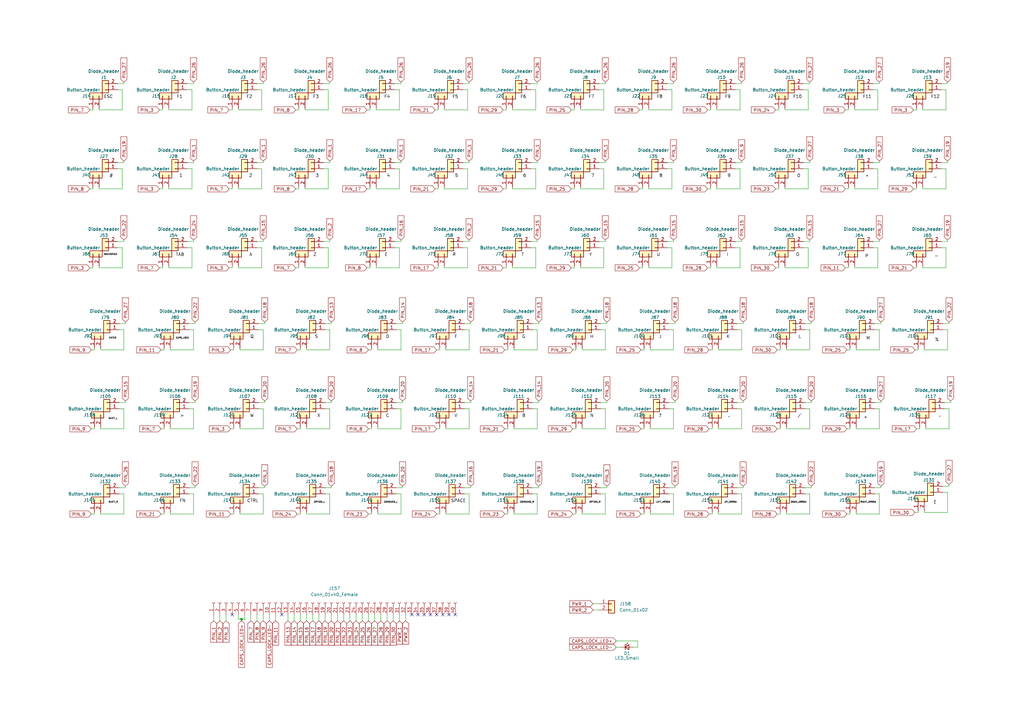
<source format=kicad_sch>
(kicad_sch (version 20231120) (generator "eeschema") (generator_version "8.0")
  (paper "A3")
  (title_block (title "The Hephaestus Mod - Matrix Breakout Board") (date "2024-08-03") (rev "1.0") (company "limentic"))
  (junction (at 99.06 254))
  (no_connect (at 95.25 252.095))
  (no_connect (at 173.99 252.095))
  (no_connect (at 115.57 252.095))
  (no_connect (at 176.53 252.095))
  (no_connect (at 186.69 252.095))
  (no_connect (at 179.07 252.095))
  (no_connect (at 171.45 252.095))
  (no_connect (at 181.61 252.095))
  (no_connect (at 184.15 252.095))
  (no_connect (at 168.91 252.095))
  (wire (pts (xy 48.26 34.29) (xy 50.8 34.29)))
  (wire (pts (xy 273.685 34.29) (xy 276.225 34.29)))
  (wire (pts (xy 148.59 252.095) (xy 148.59 254.635)))
  (wire (pts (xy 182.88 142.875) (xy 182.88 143.51)))
  (wire (pts (xy 247.65 109.855) (xy 247.65 101.6)))
  (wire (pts (xy 210.82 143.51) (xy 220.345 143.51)))
  (wire (pts (xy 238.125 76.835) (xy 238.125 77.47)))
  (wire (pts (xy 123.19 210.185) (xy 123.19 210.82)))
  (wire (pts (xy 262.255 77.47) (xy 263.525 77.47)))
  (wire (pts (xy 276.225 33.655) (xy 276.225 34.29)))
  (wire (pts (xy 321.945 44.45) (xy 321.945 45.085)))
  (wire (pts (xy 179.07 210.82) (xy 180.34 210.82)))
  (wire (pts (xy 266.7 210.185) (xy 266.7 210.82)))
  (wire (pts (xy 246.38 202.565) (xy 248.285 202.565)))
  (wire (pts (xy 275.59 109.855) (xy 275.59 101.6)))
  (wire (pts (xy 217.805 66.675) (xy 220.345 66.675)))
  (wire (pts (xy 179.07 143.51) (xy 180.34 143.51)))
  (wire (pts (xy 182.245 109.22) (xy 182.245 109.855)))
  (wire (pts (xy 330.2 202.565) (xy 332.105 202.565)))
  (wire (pts (xy 48.895 167.64) (xy 50.8 167.64)))
  (wire (pts (xy 190.5 165.1) (xy 193.04 165.1)))
  (wire (pts (xy 360.68 33.655) (xy 360.68 34.29)))
  (wire (pts (xy 151.765 44.45) (xy 151.765 45.085)))
  (wire (pts (xy 107.315 109.855) (xy 107.315 101.6)))
  (wire (pts (xy 360.68 98.425) (xy 360.68 99.06)))
  (wire (pts (xy 386.08 66.675) (xy 388.62 66.675)))
  (wire (pts (xy 389.255 175.895) (xy 389.255 167.64)))
  (wire (pts (xy 133.35 135.255) (xy 135.255 135.255)))
  (wire (pts (xy 182.245 45.085) (xy 191.77 45.085)))
  (wire (pts (xy 273.685 99.06) (xy 276.225 99.06)))
  (wire (pts (xy 210.82 210.82) (xy 220.345 210.82)))
  (wire (pts (xy 92.71 252.095) (xy 92.71 254.635)))
  (wire (pts (xy 125.73 252.095) (xy 125.73 254.635)))
  (wire (pts (xy 290.83 175.895) (xy 292.1 175.895)))
  (wire (pts (xy 275.59 45.085) (xy 275.59 36.83)))
  (wire (pts (xy 135.89 132.08) (xy 135.89 132.715)))
  (wire (pts (xy 125.73 143.51) (xy 135.255 143.51)))
  (wire (pts (xy 163.83 252.095) (xy 163.83 254.635)))
  (wire (pts (xy 301.625 69.215) (xy 303.53 69.215)))
  (wire (pts (xy 322.58 175.895) (xy 332.105 175.895)))
  (wire (pts (xy 123.19 142.875) (xy 123.19 143.51)))
  (wire (pts (xy 210.185 44.45) (xy 210.185 45.085)))
  (wire (pts (xy 135.255 210.82) (xy 135.255 202.565)))
  (wire (pts (xy 360.045 45.085) (xy 360.045 36.83)))
  (wire (pts (xy 38.1 109.22) (xy 38.1 109.855)))
  (wire (pts (xy 351.155 143.51) (xy 360.68 143.51)))
  (wire (pts (xy 97.79 44.45) (xy 97.79 45.085)))
  (wire (pts (xy 358.775 135.255) (xy 360.68 135.255)))
  (wire (pts (xy 358.14 34.29) (xy 360.68 34.29)))
  (wire (pts (xy 105.41 66.675) (xy 107.95 66.675)))
  (wire (pts (xy 264.16 175.26) (xy 264.16 175.895)))
  (wire (pts (xy 274.32 200.025) (xy 276.86 200.025)))
  (wire (pts (xy 346.71 45.085) (xy 347.98 45.085)))
  (wire (pts (xy 347.345 175.895) (xy 348.615 175.895)))
  (wire (pts (xy 234.315 109.855) (xy 235.585 109.855)))
  (wire (pts (xy 273.685 69.215) (xy 275.59 69.215)))
  (wire (pts (xy 321.945 76.835) (xy 321.945 77.47)))
  (wire (pts (xy 235.585 76.835) (xy 235.585 77.47)))
  (wire (pts (xy 238.76 175.26) (xy 238.76 175.895)))
  (wire (pts (xy 320.04 210.185) (xy 320.04 210.82)))
  (wire (pts (xy 238.76 210.82) (xy 248.285 210.82)))
  (wire (pts (xy 261.62 262.89) (xy 261.62 265.43)))
  (wire (pts (xy 318.77 175.895) (xy 320.04 175.895)))
  (wire (pts (xy 162.56 132.715) (xy 165.1 132.715)))
  (wire (pts (xy 41.275 175.26) (xy 41.275 175.895)))
  (wire (pts (xy 386.08 34.29) (xy 388.62 34.29)))
  (wire (pts (xy 273.685 101.6) (xy 275.59 101.6)))
  (wire (pts (xy 388.62 33.655) (xy 388.62 34.29)))
  (wire (pts (xy 107.95 66.04) (xy 107.95 66.675)))
  (wire (pts (xy 69.215 45.085) (xy 78.74 45.085)))
  (wire (pts (xy 98.425 142.875) (xy 98.425 143.51)))
  (wire (pts (xy 320.04 142.875) (xy 320.04 143.51)))
  (wire (pts (xy 41.275 210.82) (xy 50.8 210.82)))
  (wire (pts (xy 351.155 175.26) (xy 351.155 175.895)))
  (wire (pts (xy 133.35 165.1) (xy 135.89 165.1)))
  (wire (pts (xy 121.285 109.855) (xy 122.555 109.855)))
  (wire (pts (xy 332.105 175.895) (xy 332.105 167.64)))
  (wire (pts (xy 50.8 143.51) (xy 50.8 135.255)))
  (wire (pts (xy 234.95 143.51) (xy 236.22 143.51)))
  (wire (pts (xy 182.245 109.855) (xy 191.77 109.855)))
  (wire (pts (xy 207.01 175.895) (xy 208.28 175.895)))
  (wire (pts (xy 210.185 109.855) (xy 219.71 109.855)))
  (wire (pts (xy 351.155 210.82) (xy 360.68 210.82)))
  (wire (pts (xy 98.425 210.82) (xy 107.95 210.82)))
  (wire (pts (xy 294.005 45.085) (xy 303.53 45.085)))
  (wire (pts (xy 180.34 175.26) (xy 180.34 175.895)))
  (wire (pts (xy 161.925 101.6) (xy 163.83 101.6)))
  (wire (pts (xy 66.04 143.51) (xy 67.31 143.51)))
  (wire (pts (xy 332.105 98.425) (xy 332.105 99.06)))
  (wire (pts (xy 97.79 77.47) (xy 107.315 77.47)))
  (wire (pts (xy 97.79 254) (xy 97.79 252.095)))
  (wire (pts (xy 206.375 45.085) (xy 207.645 45.085)))
  (wire (pts (xy 330.2 200.025) (xy 332.74 200.025)))
  (wire (pts (xy 248.92 132.08) (xy 248.92 132.715)))
  (wire (pts (xy 274.32 135.255) (xy 276.225 135.255)))
  (wire (pts (xy 121.285 77.47) (xy 122.555 77.47)))
  (wire (pts (xy 387.35 165.1) (xy 389.89 165.1)))
  (wire (pts (xy 274.32 202.565) (xy 276.225 202.565)))
  (wire (pts (xy 329.565 99.06) (xy 332.105 99.06)))
  (wire (pts (xy 318.77 210.82) (xy 320.04 210.82)))
  (wire (pts (xy 378.46 76.835) (xy 378.46 77.47)))
  (wire (pts (xy 220.345 175.895) (xy 220.345 167.64)))
  (wire (pts (xy 178.435 77.47) (xy 179.705 77.47)))
  (wire (pts (xy 79.375 98.425) (xy 79.375 99.06)))
  (wire (pts (xy 290.195 109.855) (xy 291.465 109.855)))
  (wire (pts (xy 302.26 167.64) (xy 304.165 167.64)))
  (wire (pts (xy 151.765 76.835) (xy 151.765 77.47)))
  (wire (pts (xy 264.16 210.185) (xy 264.16 210.82)))
  (wire (pts (xy 135.89 199.39) (xy 135.89 200.025)))
  (wire (pts (xy 273.685 66.675) (xy 276.225 66.675)))
  (wire (pts (xy 152.4 142.875) (xy 152.4 143.51)))
  (wire (pts (xy 246.38 200.025) (xy 248.92 200.025)))
  (wire (pts (xy 154.305 76.835) (xy 154.305 77.47)))
  (wire (pts (xy 113.03 252.095) (xy 113.03 254.635)))
  (wire (pts (xy 252.73 262.89) (xy 261.62 262.89)))
  (wire (pts (xy 302.26 200.025) (xy 304.8 200.025)))
  (wire (pts (xy 220.345 66.04) (xy 220.345 66.675)))
  (wire (pts (xy 152.4 175.26) (xy 152.4 175.895)))
  (wire (pts (xy 154.305 109.855) (xy 163.83 109.855)))
  (wire (pts (xy 125.095 77.47) (xy 134.62 77.47)))
  (wire (pts (xy 151.13 210.82) (xy 152.4 210.82)))
  (wire (pts (xy 319.405 44.45) (xy 319.405 45.085)))
  (wire (pts (xy 180.34 142.875) (xy 180.34 143.51)))
  (wire (pts (xy 182.88 210.185) (xy 182.88 210.82)))
  (wire (pts (xy 79.375 210.82) (xy 79.375 202.565)))
  (wire (pts (xy 262.89 210.82) (xy 264.16 210.82)))
  (wire (pts (xy 322.58 175.26) (xy 322.58 175.895)))
  (wire (pts (xy 99.06 254) (xy 100.33 254)))
  (wire (pts (xy 125.73 142.875) (xy 125.73 143.51)))
  (wire (pts (xy 348.615 210.185) (xy 348.615 210.82)))
  (wire (pts (xy 50.165 45.085) (xy 50.165 36.83)))
  (wire (pts (xy 164.465 98.425) (xy 164.465 99.06)))
  (wire (pts (xy 292.1 142.875) (xy 292.1 143.51)))
  (wire (pts (xy 294.005 109.855) (xy 303.53 109.855)))
  (wire (pts (xy 106.045 167.64) (xy 107.95 167.64)))
  (wire (pts (xy 105.41 69.215) (xy 107.315 69.215)))
  (wire (pts (xy 374.65 45.085) (xy 375.92 45.085)))
  (wire (pts (xy 238.76 143.51) (xy 248.285 143.51)))
  (wire (pts (xy 218.44 165.1) (xy 220.98 165.1)))
  (wire (pts (xy 107.315 45.085) (xy 107.315 36.83)))
  (wire (pts (xy 192.405 175.895) (xy 192.405 167.64)))
  (wire (pts (xy 374.65 77.47) (xy 375.92 77.47)))
  (wire (pts (xy 161.29 252.095) (xy 161.29 254.635)))
  (wire (pts (xy 318.135 45.085) (xy 319.405 45.085)))
  (wire (pts (xy 217.805 34.29) (xy 220.345 34.29)))
  (wire (pts (xy 97.79 109.22) (xy 97.79 109.855)))
  (wire (pts (xy 189.865 69.215) (xy 191.77 69.215)))
  (wire (pts (xy 76.835 99.06) (xy 79.375 99.06)))
  (wire (pts (xy 97.79 254) (xy 99.06 254)))
  (wire (pts (xy 375.92 109.22) (xy 375.92 109.855)))
  (wire (pts (xy 248.285 175.895) (xy 248.285 167.64)))
  (wire (pts (xy 350.52 44.45) (xy 350.52 45.085)))
  (wire (pts (xy 125.73 175.26) (xy 125.73 175.895)))
  (wire (pts (xy 191.77 77.47) (xy 191.77 69.215)))
  (wire (pts (xy 347.98 44.45) (xy 347.98 45.085)))
  (wire (pts (xy 38.735 142.875) (xy 38.735 143.51)))
  (wire (pts (xy 94.615 210.82) (xy 95.885 210.82)))
  (wire (pts (xy 48.26 101.6) (xy 50.165 101.6)))
  (wire (pts (xy 332.105 210.82) (xy 332.105 202.565)))
  (wire (pts (xy 360.68 66.04) (xy 360.68 66.675)))
  (wire (pts (xy 133.35 200.025) (xy 135.89 200.025)))
  (wire (pts (xy 154.305 45.085) (xy 163.83 45.085)))
  (wire (pts (xy 236.22 175.26) (xy 236.22 175.895)))
  (wire (pts (xy 220.345 143.51) (xy 220.345 135.255)))
  (wire (pts (xy 164.465 143.51) (xy 164.465 135.255)))
  (wire (pts (xy 192.405 33.655) (xy 192.405 34.29)))
  (wire (pts (xy 154.94 175.895) (xy 164.465 175.895)))
  (wire (pts (xy 266.065 76.835) (xy 266.065 77.47)))
  (wire (pts (xy 48.895 132.715) (xy 51.435 132.715)))
  (wire (pts (xy 375.92 175.895) (xy 377.19 175.895)))
  (wire (pts (xy 90.17 252.095) (xy 90.17 254.635)))
  (wire (pts (xy 182.245 76.835) (xy 182.245 77.47)))
  (wire (pts (xy 69.215 109.855) (xy 78.74 109.855)))
  (wire (pts (xy 121.92 175.895) (xy 123.19 175.895)))
  (wire (pts (xy 97.79 109.855) (xy 107.315 109.855)))
  (wire (pts (xy 100.33 252.095) (xy 100.33 254)))
  (wire (pts (xy 76.835 101.6) (xy 78.74 101.6)))
  (wire (pts (xy 165.1 164.465) (xy 165.1 165.1)))
  (wire (pts (xy 219.71 109.855) (xy 219.71 101.6)))
  (wire (pts (xy 389.255 132.08) (xy 389.255 132.715)))
  (wire (pts (xy 182.88 175.26) (xy 182.88 175.895)))
  (wire (pts (xy 276.86 199.39) (xy 276.86 200.025)))
  (wire (pts (xy 294.005 44.45) (xy 294.005 45.085)))
  (wire (pts (xy 243.205 250.19) (xy 245.745 250.19)))
  (wire (pts (xy 266.065 109.22) (xy 266.065 109.855)))
  (wire (pts (xy 66.675 109.22) (xy 66.675 109.855)))
  (wire (pts (xy 361.315 199.39) (xy 361.315 200.025)))
  (wire (pts (xy 179.705 109.22) (xy 179.705 109.855)))
  (wire (pts (xy 50.8 98.425) (xy 50.8 99.06)))
  (wire (pts (xy 76.835 66.675) (xy 79.375 66.675)))
  (wire (pts (xy 95.25 44.45) (xy 95.25 45.085)))
  (wire (pts (xy 218.44 202.565) (xy 220.345 202.565)))
  (wire (pts (xy 123.19 175.26) (xy 123.19 175.895)))
  (wire (pts (xy 387.35 167.64) (xy 389.255 167.64)))
  (wire (pts (xy 80.01 132.08) (xy 80.01 132.715)))
  (wire (pts (xy 351.155 210.185) (xy 351.155 210.82)))
  (wire (pts (xy 76.835 34.29) (xy 79.375 34.29)))
  (wire (pts (xy 346.71 109.855) (xy 347.98 109.855)))
  (wire (pts (xy 191.77 45.085) (xy 191.77 36.83)))
  (wire (pts (xy 210.185 45.085) (xy 219.71 45.085)))
  (wire (pts (xy 386.715 132.715) (xy 389.255 132.715)))
  (wire (pts (xy 77.47 135.255) (xy 79.375 135.255)))
  (wire (pts (xy 245.745 101.6) (xy 247.65 101.6)))
  (wire (pts (xy 207.01 210.82) (xy 208.28 210.82)))
  (wire (pts (xy 294.64 175.895) (xy 304.165 175.895)))
  (wire (pts (xy 248.285 98.425) (xy 248.285 99.06)))
  (wire (pts (xy 220.345 33.655) (xy 220.345 34.29)))
  (wire (pts (xy 140.97 252.095) (xy 140.97 254.635)))
  (wire (pts (xy 361.315 132.08) (xy 361.315 132.715)))
  (wire (pts (xy 238.76 175.895) (xy 248.285 175.895)))
  (wire (pts (xy 98.425 175.895) (xy 107.95 175.895)))
  (wire (pts (xy 105.41 36.83) (xy 107.315 36.83)))
  (wire (pts (xy 329.565 101.6) (xy 331.47 101.6)))
  (wire (pts (xy 95.25 76.835) (xy 95.25 77.47)))
  (wire (pts (xy 132.715 34.29) (xy 135.255 34.29)))
  (wire (pts (xy 69.85 142.875) (xy 69.85 143.51)))
  (wire (pts (xy 218.44 167.64) (xy 220.345 167.64)))
  (wire (pts (xy 48.895 202.565) (xy 50.8 202.565)))
  (wire (pts (xy 77.47 167.64) (xy 79.375 167.64)))
  (wire (pts (xy 304.165 66.04) (xy 304.165 66.675)))
  (wire (pts (xy 379.095 143.51) (xy 388.62 143.51)))
  (wire (pts (xy 245.745 34.29) (xy 248.285 34.29)))
  (wire (pts (xy 304.165 210.82) (xy 304.165 202.565)))
  (wire (pts (xy 273.685 36.83) (xy 275.59 36.83)))
  (wire (pts (xy 95.885 142.875) (xy 95.885 143.51)))
  (wire (pts (xy 321.945 109.22) (xy 321.945 109.855)))
  (wire (pts (xy 192.405 143.51) (xy 192.405 135.255)))
  (wire (pts (xy 182.245 44.45) (xy 182.245 45.085)))
  (wire (pts (xy 375.92 76.835) (xy 375.92 77.47)))
  (wire (pts (xy 69.85 175.895) (xy 79.375 175.895)))
  (wire (pts (xy 322.58 210.185) (xy 322.58 210.82)))
  (wire (pts (xy 388.62 143.51) (xy 388.62 135.255)))
  (wire (pts (xy 189.865 34.29) (xy 192.405 34.29)))
  (wire (pts (xy 266.065 109.855) (xy 275.59 109.855)))
  (wire (pts (xy 69.215 109.22) (xy 69.215 109.855)))
  (wire (pts (xy 161.925 69.215) (xy 163.83 69.215)))
  (wire (pts (xy 121.92 143.51) (xy 123.19 143.51)))
  (wire (pts (xy 50.8 175.895) (xy 50.8 167.64)))
  (wire (pts (xy 154.305 77.47) (xy 163.83 77.47)))
  (wire (pts (xy 110.49 252.095) (xy 110.49 254.635)))
  (wire (pts (xy 78.74 45.085) (xy 78.74 36.83)))
  (wire (pts (xy 106.045 200.025) (xy 108.585 200.025)))
  (wire (pts (xy 350.52 45.085) (xy 360.045 45.085)))
  (wire (pts (xy 121.285 45.085) (xy 122.555 45.085)))
  (wire (pts (xy 164.465 33.655) (xy 164.465 34.29)))
  (wire (pts (xy 375.285 143.51) (xy 376.555 143.51)))
  (wire (pts (xy 77.47 200.025) (xy 80.01 200.025)))
  (wire (pts (xy 276.86 164.465) (xy 276.86 165.1)))
  (wire (pts (xy 128.27 252.095) (xy 128.27 254.635)))
  (wire (pts (xy 346.71 77.47) (xy 347.98 77.47)))
  (wire (pts (xy 69.85 210.82) (xy 79.375 210.82)))
  (wire (pts (xy 154.94 142.875) (xy 154.94 143.51)))
  (wire (pts (xy 76.835 69.215) (xy 78.74 69.215)))
  (wire (pts (xy 77.47 165.1) (xy 80.01 165.1)))
  (wire (pts (xy 67.31 142.875) (xy 67.31 143.51)))
  (wire (pts (xy 248.92 164.465) (xy 248.92 165.1)))
  (wire (pts (xy 358.14 36.83) (xy 360.045 36.83)))
  (wire (pts (xy 218.44 135.255) (xy 220.345 135.255)))
  (wire (pts (xy 179.705 76.835) (xy 179.705 77.47)))
  (wire (pts (xy 133.35 252.095) (xy 133.35 254.635)))
  (wire (pts (xy 259.715 265.43) (xy 261.62 265.43)))
  (wire (pts (xy 266.7 175.895) (xy 276.225 175.895)))
  (wire (pts (xy 156.21 252.095) (xy 156.21 254.635)))
  (wire (pts (xy 36.83 45.085) (xy 38.1 45.085)))
  (wire (pts (xy 245.745 66.675) (xy 248.285 66.675)))
  (wire (pts (xy 332.74 132.08) (xy 332.74 132.715)))
  (wire (pts (xy 330.2 132.715) (xy 332.74 132.715)))
  (wire (pts (xy 125.73 175.895) (xy 135.255 175.895)))
  (wire (pts (xy 50.165 77.47) (xy 50.165 69.215)))
  (wire (pts (xy 106.045 135.255) (xy 107.95 135.255)))
  (wire (pts (xy 234.315 45.085) (xy 235.585 45.085)))
  (wire (pts (xy 146.05 252.095) (xy 146.05 254.635)))
  (wire (pts (xy 98.425 175.26) (xy 98.425 175.895)))
  (wire (pts (xy 163.83 109.855) (xy 163.83 101.6)))
  (wire (pts (xy 37.465 210.82) (xy 38.735 210.82)))
  (wire (pts (xy 105.41 99.06) (xy 107.95 99.06)))
  (wire (pts (xy 77.47 132.715) (xy 80.01 132.715)))
  (wire (pts (xy 274.32 165.1) (xy 276.86 165.1)))
  (wire (pts (xy 41.275 210.185) (xy 41.275 210.82)))
  (wire (pts (xy 40.64 109.855) (xy 50.165 109.855)))
  (wire (pts (xy 219.71 45.085) (xy 219.71 36.83)))
  (wire (pts (xy 163.83 77.47) (xy 163.83 69.215)))
  (wire (pts (xy 329.565 34.29) (xy 332.105 34.29)))
  (wire (pts (xy 294.005 77.47) (xy 303.53 77.47)))
  (wire (pts (xy 291.465 109.22) (xy 291.465 109.855)))
  (wire (pts (xy 206.375 109.855) (xy 207.645 109.855)))
  (wire (pts (xy 358.14 66.675) (xy 360.68 66.675)))
  (wire (pts (xy 162.56 167.64) (xy 164.465 167.64)))
  (wire (pts (xy 304.165 33.655) (xy 304.165 34.29)))
  (wire (pts (xy 248.92 199.39) (xy 248.92 200.025)))
  (wire (pts (xy 95.885 175.26) (xy 95.885 175.895)))
  (wire (pts (xy 121.92 210.82) (xy 123.19 210.82)))
  (wire (pts (xy 276.225 66.04) (xy 276.225 66.675)))
  (wire (pts (xy 351.155 142.875) (xy 351.155 143.51)))
  (wire (pts (xy 322.58 210.82) (xy 332.105 210.82)))
  (wire (pts (xy 358.14 69.215) (xy 360.045 69.215)))
  (wire (pts (xy 125.73 210.82) (xy 135.255 210.82)))
  (wire (pts (xy 65.405 77.47) (xy 66.675 77.47)))
  (wire (pts (xy 48.895 200.025) (xy 51.435 200.025)))
  (wire (pts (xy 80.01 164.465) (xy 80.01 165.1)))
  (wire (pts (xy 66.04 175.895) (xy 67.31 175.895)))
  (wire (pts (xy 294.64 210.185) (xy 294.64 210.82)))
  (wire (pts (xy 179.07 175.895) (xy 180.34 175.895)))
  (wire (pts (xy 318.135 77.47) (xy 319.405 77.47)))
  (wire (pts (xy 67.31 175.26) (xy 67.31 175.895)))
  (wire (pts (xy 290.83 143.51) (xy 292.1 143.51)))
  (wire (pts (xy 50.8 33.655) (xy 50.8 34.29)))
  (wire (pts (xy 132.715 69.215) (xy 134.62 69.215)))
  (wire (pts (xy 301.625 66.675) (xy 304.165 66.675)))
  (wire (pts (xy 218.44 200.025) (xy 220.98 200.025)))
  (wire (pts (xy 98.425 143.51) (xy 107.95 143.51)))
  (wire (pts (xy 360.68 143.51) (xy 360.68 135.255)))
  (wire (pts (xy 330.2 167.64) (xy 332.105 167.64)))
  (wire (pts (xy 266.7 175.26) (xy 266.7 175.895)))
  (wire (pts (xy 358.775 202.565) (xy 360.68 202.565)))
  (wire (pts (xy 266.065 44.45) (xy 266.065 45.085)))
  (wire (pts (xy 135.89 164.465) (xy 135.89 165.1)))
  (wire (pts (xy 388.62 66.04) (xy 388.62 66.675)))
  (wire (pts (xy 386.715 135.255) (xy 388.62 135.255)))
  (wire (pts (xy 389.89 164.465) (xy 389.89 165.1)))
  (wire (pts (xy 304.165 143.51) (xy 304.165 135.255)))
  (wire (pts (xy 386.715 199.39) (xy 389.255 199.39)))
  (wire (pts (xy 133.35 132.715) (xy 135.89 132.715)))
  (wire (pts (xy 304.8 164.465) (xy 304.8 165.1)))
  (wire (pts (xy 387.985 77.47) (xy 387.985 69.215)))
  (wire (pts (xy 178.435 109.855) (xy 179.705 109.855)))
  (wire (pts (xy 180.34 210.185) (xy 180.34 210.82)))
  (wire (pts (xy 360.045 77.47) (xy 360.045 69.215)))
  (wire (pts (xy 76.835 36.83) (xy 78.74 36.83)))
  (wire (pts (xy 154.94 175.26) (xy 154.94 175.895)))
  (wire (pts (xy 292.1 175.26) (xy 292.1 175.895)))
  (wire (pts (xy 386.08 36.83) (xy 387.985 36.83)))
  (wire (pts (xy 332.105 66.04) (xy 332.105 66.675)))
  (wire (pts (xy 192.405 98.425) (xy 192.405 99.06)))
  (wire (pts (xy 263.525 76.835) (xy 263.525 77.47)))
  (wire (pts (xy 347.98 76.835) (xy 347.98 77.47)))
  (wire (pts (xy 38.1 76.835) (xy 38.1 77.47)))
  (wire (pts (xy 151.765 109.22) (xy 151.765 109.855)))
  (wire (pts (xy 151.13 143.51) (xy 152.4 143.51)))
  (wire (pts (xy 78.74 109.855) (xy 78.74 101.6)))
  (wire (pts (xy 358.775 132.715) (xy 361.315 132.715)))
  (wire (pts (xy 376.555 209.55) (xy 376.555 210.185)))
  (wire (pts (xy 107.95 33.655) (xy 107.95 34.29)))
  (wire (pts (xy 274.32 132.715) (xy 276.86 132.715)))
  (wire (pts (xy 133.35 202.565) (xy 135.255 202.565)))
  (wire (pts (xy 247.65 77.47) (xy 247.65 69.215)))
  (wire (pts (xy 97.79 45.085) (xy 107.315 45.085)))
  (wire (pts (xy 220.345 210.82) (xy 220.345 202.565)))
  (wire (pts (xy 108.585 199.39) (xy 108.585 200.025)))
  (wire (pts (xy 133.35 167.64) (xy 135.255 167.64)))
  (wire (pts (xy 302.26 202.565) (xy 304.165 202.565)))
  (wire (pts (xy 190.5 135.255) (xy 192.405 135.255)))
  (wire (pts (xy 162.56 202.565) (xy 164.465 202.565)))
  (wire (pts (xy 331.47 45.085) (xy 331.47 36.83)))
  (wire (pts (xy 69.85 210.185) (xy 69.85 210.82)))
  (wire (pts (xy 106.045 132.715) (xy 108.585 132.715)))
  (wire (pts (xy 379.73 175.26) (xy 379.73 175.895)))
  (wire (pts (xy 330.2 135.255) (xy 332.105 135.255)))
  (wire (pts (xy 238.125 109.855) (xy 247.65 109.855)))
  (wire (pts (xy 248.285 210.82) (xy 248.285 202.565)))
  (wire (pts (xy 304.165 175.895) (xy 304.165 167.64)))
  (wire (pts (xy 79.375 66.04) (xy 79.375 66.675)))
  (wire (pts (xy 276.86 132.08) (xy 276.86 132.715)))
  (wire (pts (xy 178.435 45.085) (xy 179.705 45.085)))
  (wire (pts (xy 388.62 210.185) (xy 388.62 201.93)))
  (wire (pts (xy 301.625 99.06) (xy 304.165 99.06)))
  (wire (pts (xy 330.2 165.1) (xy 332.74 165.1)))
  (wire (pts (xy 154.305 44.45) (xy 154.305 45.085)))
  (wire (pts (xy 50.8 66.04) (xy 50.8 66.675)))
  (wire (pts (xy 290.195 45.085) (xy 291.465 45.085)))
  (wire (pts (xy 48.26 66.675) (xy 50.8 66.675)))
  (wire (pts (xy 207.645 44.45) (xy 207.645 45.085)))
  (wire (pts (xy 189.865 99.06) (xy 192.405 99.06)))
  (wire (pts (xy 331.47 109.855) (xy 331.47 101.6)))
  (wire (pts (xy 248.285 33.655) (xy 248.285 34.29)))
  (wire (pts (xy 193.04 164.465) (xy 193.04 165.1)))
  (wire (pts (xy 234.315 77.47) (xy 235.585 77.47)))
  (wire (pts (xy 301.625 36.83) (xy 303.53 36.83)))
  (wire (pts (xy 118.11 252.095) (xy 118.11 254.635)))
  (wire (pts (xy 65.405 45.085) (xy 66.675 45.085)))
  (wire (pts (xy 41.275 143.51) (xy 50.8 143.51)))
  (wire (pts (xy 69.215 44.45) (xy 69.215 45.085)))
  (wire (pts (xy 165.1 132.08) (xy 165.1 132.715)))
  (wire (pts (xy 302.26 132.715) (xy 304.8 132.715)))
  (wire (pts (xy 245.745 69.215) (xy 247.65 69.215)))
  (wire (pts (xy 266.065 45.085) (xy 275.59 45.085)))
  (wire (pts (xy 210.185 109.22) (xy 210.185 109.855)))
  (wire (pts (xy 321.945 77.47) (xy 331.47 77.47)))
  (wire (pts (xy 389.255 198.755) (xy 389.255 199.39)))
  (wire (pts (xy 125.095 45.085) (xy 134.62 45.085)))
  (wire (pts (xy 123.19 252.095) (xy 123.19 254.635)))
  (wire (pts (xy 220.98 199.39) (xy 220.98 200.025)))
  (wire (pts (xy 331.47 77.47) (xy 331.47 69.215)))
  (wire (pts (xy 40.64 77.47) (xy 50.165 77.47)))
  (wire (pts (xy 210.82 142.875) (xy 210.82 143.51)))
  (wire (pts (xy 262.255 109.855) (xy 263.525 109.855)))
  (wire (pts (xy 235.585 109.22) (xy 235.585 109.855)))
  (wire (pts (xy 122.555 109.22) (xy 122.555 109.855)))
  (wire (pts (xy 182.88 210.82) (xy 192.405 210.82)))
  (wire (pts (xy 329.565 66.675) (xy 332.105 66.675)))
  (wire (pts (xy 132.715 101.6) (xy 134.62 101.6)))
  (wire (pts (xy 247.65 45.085) (xy 247.65 36.83)))
  (wire (pts (xy 48.26 99.06) (xy 50.8 99.06)))
  (wire (pts (xy 105.41 34.29) (xy 107.95 34.29)))
  (wire (pts (xy 217.805 99.06) (xy 220.345 99.06)))
  (wire (pts (xy 321.945 45.085) (xy 331.47 45.085)))
  (wire (pts (xy 348.615 142.875) (xy 348.615 143.51)))
  (wire (pts (xy 41.275 175.895) (xy 50.8 175.895)))
  (wire (pts (xy 378.46 77.47) (xy 387.985 77.47)))
  (wire (pts (xy 332.105 33.655) (xy 332.105 34.29)))
  (wire (pts (xy 135.255 175.895) (xy 135.255 167.64)))
  (wire (pts (xy 95.25 109.22) (xy 95.25 109.855)))
  (wire (pts (xy 135.89 252.095) (xy 135.89 254.635)))
  (wire (pts (xy 189.865 101.6) (xy 191.77 101.6)))
  (wire (pts (xy 161.925 36.83) (xy 163.83 36.83)))
  (wire (pts (xy 93.98 77.47) (xy 95.25 77.47)))
  (wire (pts (xy 67.31 210.185) (xy 67.31 210.82)))
  (wire (pts (xy 358.14 99.06) (xy 360.68 99.06)))
  (wire (pts (xy 266.7 142.875) (xy 266.7 143.51)))
  (wire (pts (xy 348.615 175.26) (xy 348.615 175.895)))
  (wire (pts (xy 69.85 143.51) (xy 79.375 143.51)))
  (wire (pts (xy 193.04 199.39) (xy 193.04 200.025)))
  (wire (pts (xy 332.74 164.465) (xy 332.74 165.1)))
  (wire (pts (xy 375.285 210.185) (xy 376.555 210.185)))
  (wire (pts (xy 94.615 175.895) (xy 95.885 175.895)))
  (wire (pts (xy 302.26 165.1) (xy 304.8 165.1)))
  (wire (pts (xy 276.225 175.895) (xy 276.225 167.64)))
  (wire (pts (xy 69.85 175.26) (xy 69.85 175.895)))
  (wire (pts (xy 164.465 210.82) (xy 164.465 202.565)))
  (wire (pts (xy 350.52 109.855) (xy 360.045 109.855)))
  (wire (pts (xy 234.95 175.895) (xy 236.22 175.895)))
  (wire (pts (xy 378.46 44.45) (xy 378.46 45.085)))
  (wire (pts (xy 151.13 175.895) (xy 152.4 175.895)))
  (wire (pts (xy 218.44 132.715) (xy 220.98 132.715)))
  (wire (pts (xy 246.38 135.255) (xy 248.285 135.255)))
  (wire (pts (xy 220.98 132.08) (xy 220.98 132.715)))
  (wire (pts (xy 132.715 66.675) (xy 135.255 66.675)))
  (wire (pts (xy 321.945 109.855) (xy 331.47 109.855)))
  (wire (pts (xy 107.95 252.095) (xy 107.95 254.635)))
  (wire (pts (xy 294.64 210.82) (xy 304.165 210.82)))
  (wire (pts (xy 107.95 210.82) (xy 107.95 202.565)))
  (wire (pts (xy 106.045 202.565) (xy 107.95 202.565)))
  (wire (pts (xy 162.56 165.1) (xy 165.1 165.1)))
  (wire (pts (xy 358.775 167.64) (xy 360.68 167.64)))
  (wire (pts (xy 48.26 69.215) (xy 50.165 69.215)))
  (wire (pts (xy 130.81 252.095) (xy 130.81 254.635)))
  (wire (pts (xy 191.77 109.855) (xy 191.77 101.6)))
  (wire (pts (xy 208.28 142.875) (xy 208.28 143.51)))
  (wire (pts (xy 304.8 132.08) (xy 304.8 132.715)))
  (wire (pts (xy 77.47 202.565) (xy 79.375 202.565)))
  (wire (pts (xy 294.64 175.26) (xy 294.64 175.895)))
  (wire (pts (xy 40.64 45.085) (xy 50.165 45.085)))
  (wire (pts (xy 165.1 199.39) (xy 165.1 200.025)))
  (wire (pts (xy 248.285 143.51) (xy 248.285 135.255)))
  (wire (pts (xy 38.735 210.185) (xy 38.735 210.82)))
  (wire (pts (xy 108.585 164.465) (xy 108.585 165.1)))
  (wire (pts (xy 386.08 101.6) (xy 387.985 101.6)))
  (wire (pts (xy 143.51 252.095) (xy 143.51 254.635)))
  (wire (pts (xy 294.64 142.875) (xy 294.64 143.51)))
  (wire (pts (xy 294.64 143.51) (xy 304.165 143.51)))
  (wire (pts (xy 320.04 175.26) (xy 320.04 175.895)))
  (wire (pts (xy 358.14 101.6) (xy 360.045 101.6)))
  (wire (pts (xy 192.405 66.04) (xy 192.405 66.675)))
  (wire (pts (xy 166.37 252.095) (xy 166.37 254.635)))
  (wire (pts (xy 164.465 175.895) (xy 164.465 167.64)))
  (wire (pts (xy 182.245 77.47) (xy 191.77 77.47)))
  (wire (pts (xy 41.275 142.875) (xy 41.275 143.51)))
  (wire (pts (xy 262.89 175.895) (xy 264.16 175.895)))
  (wire (pts (xy 379.095 210.185) (xy 388.62 210.185)))
  (wire (pts (xy 51.435 199.39) (xy 51.435 200.025)))
  (wire (pts (xy 376.555 142.875) (xy 376.555 143.51)))
  (wire (pts (xy 290.195 77.47) (xy 291.465 77.47)))
  (wire (pts (xy 193.04 132.08) (xy 193.04 132.715)))
  (wire (pts (xy 122.555 44.45) (xy 122.555 45.085)))
  (wire (pts (xy 318.135 109.855) (xy 319.405 109.855)))
  (wire (pts (xy 134.62 77.47) (xy 134.62 69.215)))
  (wire (pts (xy 301.625 34.29) (xy 304.165 34.29)))
  (wire (pts (xy 361.315 164.465) (xy 361.315 165.1)))
  (wire (pts (xy 150.495 109.855) (xy 151.765 109.855)))
  (wire (pts (xy 351.155 175.895) (xy 360.68 175.895)))
  (wire (pts (xy 150.495 77.47) (xy 151.765 77.47)))
  (wire (pts (xy 294.005 109.22) (xy 294.005 109.855)))
  (wire (pts (xy 36.83 77.47) (xy 38.1 77.47)))
  (wire (pts (xy 105.41 252.095) (xy 105.41 254.635)))
  (wire (pts (xy 87.63 252.095) (xy 87.63 254.635)))
  (wire (pts (xy 106.045 165.1) (xy 108.585 165.1)))
  (wire (pts (xy 319.405 109.22) (xy 319.405 109.855)))
  (wire (pts (xy 79.375 175.895) (xy 79.375 167.64)))
  (wire (pts (xy 93.98 109.855) (xy 95.25 109.855)))
  (wire (pts (xy 375.92 44.45) (xy 375.92 45.085)))
  (wire (pts (xy 132.715 99.06) (xy 135.255 99.06)))
  (wire (pts (xy 108.585 132.08) (xy 108.585 132.715)))
  (wire (pts (xy 51.435 164.465) (xy 51.435 165.1)))
  (wire (pts (xy 210.82 175.26) (xy 210.82 175.895)))
  (wire (pts (xy 135.255 33.655) (xy 135.255 34.29)))
  (wire (pts (xy 162.56 200.025) (xy 165.1 200.025)))
  (wire (pts (xy 190.5 200.025) (xy 193.04 200.025)))
  (wire (pts (xy 135.255 143.51) (xy 135.255 135.255)))
  (wire (pts (xy 182.88 175.895) (xy 192.405 175.895)))
  (wire (pts (xy 50.8 210.82) (xy 50.8 202.565)))
  (wire (pts (xy 99.06 254) (xy 99.06 254.635)))
  (wire (pts (xy 125.095 76.835) (xy 125.095 77.47)))
  (wire (pts (xy 93.98 45.085) (xy 95.25 45.085)))
  (wire (pts (xy 210.185 77.47) (xy 219.71 77.47)))
  (wire (pts (xy 303.53 45.085) (xy 303.53 36.83)))
  (wire (pts (xy 386.715 201.93) (xy 388.62 201.93)))
  (wire (pts (xy 192.405 210.82) (xy 192.405 202.565)))
  (wire (pts (xy 179.705 44.45) (xy 179.705 45.085)))
  (wire (pts (xy 378.46 45.085) (xy 387.985 45.085)))
  (wire (pts (xy 246.38 132.715) (xy 248.92 132.715)))
  (wire (pts (xy 38.735 175.26) (xy 38.735 175.895)))
  (wire (pts (xy 347.98 109.22) (xy 347.98 109.855)))
  (wire (pts (xy 78.74 77.47) (xy 78.74 69.215)))
  (wire (pts (xy 386.08 69.215) (xy 387.985 69.215)))
  (wire (pts (xy 210.185 76.835) (xy 210.185 77.47)))
  (wire (pts (xy 189.865 36.83) (xy 191.77 36.83)))
  (wire (pts (xy 358.775 200.025) (xy 361.315 200.025)))
  (wire (pts (xy 66.04 210.82) (xy 67.31 210.82)))
  (wire (pts (xy 182.88 143.51) (xy 192.405 143.51)))
  (wire (pts (xy 329.565 36.83) (xy 331.47 36.83)))
  (wire (pts (xy 190.5 167.64) (xy 192.405 167.64)))
  (wire (pts (xy 66.675 44.45) (xy 66.675 45.085)))
  (wire (pts (xy 301.625 101.6) (xy 303.53 101.6)))
  (wire (pts (xy 292.1 210.185) (xy 292.1 210.82)))
  (wire (pts (xy 388.62 98.425) (xy 388.62 99.06)))
  (wire (pts (xy 266.065 77.47) (xy 275.59 77.47)))
  (wire (pts (xy 125.095 109.855) (xy 134.62 109.855)))
  (wire (pts (xy 303.53 109.855) (xy 303.53 101.6)))
  (wire (pts (xy 220.345 98.425) (xy 220.345 99.06)))
  (wire (pts (xy 217.805 69.215) (xy 219.71 69.215)))
  (wire (pts (xy 65.405 109.855) (xy 66.675 109.855)))
  (wire (pts (xy 162.56 135.255) (xy 164.465 135.255)))
  (wire (pts (xy 40.64 109.22) (xy 40.64 109.855)))
  (wire (pts (xy 153.67 252.095) (xy 153.67 254.635)))
  (wire (pts (xy 238.125 44.45) (xy 238.125 45.085)))
  (wire (pts (xy 105.41 101.6) (xy 107.315 101.6)))
  (wire (pts (xy 264.16 142.875) (xy 264.16 143.51)))
  (wire (pts (xy 387.985 109.855) (xy 387.985 101.6)))
  (wire (pts (xy 377.19 175.26) (xy 377.19 175.895)))
  (wire (pts (xy 158.75 252.095) (xy 158.75 254.635)))
  (wire (pts (xy 164.465 66.04) (xy 164.465 66.675)))
  (wire (pts (xy 40.64 76.835) (xy 40.64 77.47)))
  (wire (pts (xy 379.095 142.875) (xy 379.095 143.51)))
  (wire (pts (xy 208.28 175.26) (xy 208.28 175.895)))
  (wire (pts (xy 125.095 109.22) (xy 125.095 109.855)))
  (wire (pts (xy 94.615 143.51) (xy 95.885 143.51)))
  (wire (pts (xy 322.58 143.51) (xy 332.105 143.51)))
  (wire (pts (xy 48.26 36.83) (xy 50.165 36.83)))
  (wire (pts (xy 134.62 109.855) (xy 134.62 101.6)))
  (wire (pts (xy 245.745 36.83) (xy 247.65 36.83)))
  (wire (pts (xy 302.26 135.255) (xy 304.165 135.255)))
  (wire (pts (xy 262.255 45.085) (xy 263.525 45.085)))
  (wire (pts (xy 154.94 143.51) (xy 164.465 143.51)))
  (wire (pts (xy 266.7 210.82) (xy 276.225 210.82)))
  (wire (pts (xy 236.22 142.875) (xy 236.22 143.51)))
  (wire (pts (xy 190.5 202.565) (xy 192.405 202.565)))
  (wire (pts (xy 379.73 175.895) (xy 389.255 175.895)))
  (wire (pts (xy 217.805 101.6) (xy 219.71 101.6)))
  (wire (pts (xy 210.82 210.185) (xy 210.82 210.82)))
  (wire (pts (xy 248.285 66.04) (xy 248.285 66.675)))
  (wire (pts (xy 79.375 143.51) (xy 79.375 135.255)))
  (wire (pts (xy 48.895 165.1) (xy 51.435 165.1)))
  (wire (pts (xy 38.1 44.45) (xy 38.1 45.085)))
  (wire (pts (xy 208.28 210.185) (xy 208.28 210.82)))
  (wire (pts (xy 276.225 98.425) (xy 276.225 99.06)))
  (wire (pts (xy 263.525 109.22) (xy 263.525 109.855)))
  (wire (pts (xy 319.405 76.835) (xy 319.405 77.47)))
  (wire (pts (xy 50.165 109.855) (xy 50.165 101.6)))
  (wire (pts (xy 263.525 44.45) (xy 263.525 45.085)))
  (wire (pts (xy 138.43 252.095) (xy 138.43 254.635)))
  (wire (pts (xy 275.59 77.47) (xy 275.59 69.215)))
  (wire (pts (xy 48.895 135.255) (xy 50.8 135.255)))
  (wire (pts (xy 238.125 45.085) (xy 247.65 45.085)))
  (wire (pts (xy 107.95 175.895) (xy 107.95 167.64)))
  (wire (pts (xy 252.73 265.43) (xy 254.635 265.43)))
  (wire (pts (xy 347.345 210.82) (xy 348.615 210.82)))
  (wire (pts (xy 378.46 109.22) (xy 378.46 109.855)))
  (wire (pts (xy 246.38 165.1) (xy 248.92 165.1)))
  (wire (pts (xy 350.52 76.835) (xy 350.52 77.47)))
  (wire (pts (xy 190.5 132.715) (xy 193.04 132.715)))
  (wire (pts (xy 37.465 143.51) (xy 38.735 143.51)))
  (wire (pts (xy 238.76 142.875) (xy 238.76 143.51)))
  (wire (pts (xy 290.83 210.82) (xy 292.1 210.82)))
  (wire (pts (xy 360.68 175.895) (xy 360.68 167.64)))
  (wire (pts (xy 378.46 109.855) (xy 387.985 109.855)))
  (wire (pts (xy 51.435 132.08) (xy 51.435 132.715)))
  (wire (pts (xy 291.465 44.45) (xy 291.465 45.085)))
  (wire (pts (xy 236.22 210.185) (xy 236.22 210.82)))
  (wire (pts (xy 374.65 109.855) (xy 375.92 109.855)))
  (wire (pts (xy 161.925 99.06) (xy 164.465 99.06)))
  (wire (pts (xy 276.225 210.82) (xy 276.225 202.565)))
  (wire (pts (xy 219.71 77.47) (xy 219.71 69.215)))
  (wire (pts (xy 206.375 77.47) (xy 207.645 77.47)))
  (wire (pts (xy 207.01 143.51) (xy 208.28 143.51)))
  (wire (pts (xy 387.985 45.085) (xy 387.985 36.83)))
  (wire (pts (xy 274.32 167.64) (xy 276.225 167.64)))
  (wire (pts (xy 235.585 44.45) (xy 235.585 45.085)))
  (wire (pts (xy 238.125 109.22) (xy 238.125 109.855)))
  (wire (pts (xy 262.89 143.51) (xy 264.16 143.51)))
  (wire (pts (xy 243.205 247.65) (xy 245.745 247.65)))
  (wire (pts (xy 189.865 66.675) (xy 192.405 66.675)))
  (wire (pts (xy 150.495 45.085) (xy 151.765 45.085)))
  (wire (pts (xy 246.38 167.64) (xy 248.285 167.64)))
  (wire (pts (xy 102.87 252.095) (xy 102.87 254.635)))
  (wire (pts (xy 360.68 210.82) (xy 360.68 202.565)))
  (wire (pts (xy 304.8 199.39) (xy 304.8 200.025)))
  (wire (pts (xy 350.52 109.22) (xy 350.52 109.855)))
  (wire (pts (xy 107.95 98.425) (xy 107.95 99.06)))
  (wire (pts (xy 37.465 175.895) (xy 38.735 175.895)))
  (wire (pts (xy 245.745 99.06) (xy 248.285 99.06)))
  (wire (pts (xy 107.315 77.47) (xy 107.315 69.215)))
  (wire (pts (xy 125.73 210.185) (xy 125.73 210.82)))
  (wire (pts (xy 210.82 175.895) (xy 220.345 175.895)))
  (wire (pts (xy 154.94 210.185) (xy 154.94 210.82)))
  (wire (pts (xy 220.98 164.465) (xy 220.98 165.1)))
  (wire (pts (xy 358.775 165.1) (xy 361.315 165.1)))
  (wire (pts (xy 234.95 210.82) (xy 236.22 210.82)))
  (wire (pts (xy 135.255 66.04) (xy 135.255 66.675)))
  (wire (pts (xy 347.345 143.51) (xy 348.615 143.51)))
  (wire (pts (xy 294.005 76.835) (xy 294.005 77.47)))
  (wire (pts (xy 40.64 44.45) (xy 40.64 45.085)))
  (wire (pts (xy 238.125 77.47) (xy 247.65 77.47)))
  (wire (pts (xy 69.215 77.47) (xy 78.74 77.47)))
  (wire (pts (xy 135.255 98.425) (xy 135.255 99.06)))
  (wire (pts (xy 79.375 33.655) (xy 79.375 34.29)))
  (wire (pts (xy 161.925 34.29) (xy 164.465 34.29)))
  (wire (pts (xy 332.105 143.51) (xy 332.105 135.255)))
  (wire (pts (xy 238.76 210.185) (xy 238.76 210.82)))
  (wire (pts (xy 69.215 76.835) (xy 69.215 77.47)))
  (wire (pts (xy 217.805 36.83) (xy 219.71 36.83)))
  (wire (pts (xy 151.13 252.095) (xy 151.13 254.635)))
  (wire (pts (xy 207.645 76.835) (xy 207.645 77.47)))
  (wire (pts (xy 125.095 44.45) (xy 125.095 45.085)))
  (wire (pts (xy 350.52 77.47) (xy 360.045 77.47)))
  (wire (pts (xy 154.94 210.82) (xy 164.465 210.82)))
  (wire (pts (xy 134.62 45.085) (xy 134.62 36.83)))
  (wire (pts (xy 329.565 69.215) (xy 331.47 69.215)))
  (wire (pts (xy 152.4 210.185) (xy 152.4 210.82)))
  (wire (pts (xy 120.65 252.095) (xy 120.65 254.635)))
  (wire (pts (xy 360.045 109.855) (xy 360.045 101.6)))
  (wire (pts (xy 80.01 199.39) (xy 80.01 200.025)))
  (wire (pts (xy 386.08 99.06) (xy 388.62 99.06)))
  (wire (pts (xy 304.165 98.425) (xy 304.165 99.06)))
  (wire (pts (xy 379.095 209.55) (xy 379.095 210.185)))
  (wire (pts (xy 332.74 199.39) (xy 332.74 200.025)))
  (wire (pts (xy 97.79 76.835) (xy 97.79 77.47)))
  (wire (pts (xy 318.77 143.51) (xy 320.04 143.51)))
  (wire (pts (xy 132.715 36.83) (xy 134.62 36.83)))
  (wire (pts (xy 207.645 109.22) (xy 207.645 109.855)))
  (wire (pts (xy 107.95 143.51) (xy 107.95 135.255)))
  (wire (pts (xy 154.305 109.22) (xy 154.305 109.855)))
  (wire (pts (xy 303.53 77.47) (xy 303.53 69.215)))
  (wire (pts (xy 276.225 143.51) (xy 276.225 135.255)))
  (wire (pts (xy 36.83 109.855) (xy 38.1 109.855)))
  (wire (pts (xy 266.7 143.51) (xy 276.225 143.51)))
  (wire (pts (xy 161.925 66.675) (xy 164.465 66.675)))
  (wire (pts (xy 122.555 76.835) (xy 122.555 77.47)))
  (wire (pts (xy 163.83 45.085) (xy 163.83 36.83)))
  (wire (pts (xy 322.58 142.875) (xy 322.58 143.51)))
  (wire (pts (xy 291.465 76.835) (xy 291.465 77.47)))
  (wire (pts (xy 95.885 210.185) (xy 95.885 210.82)))
  (wire (pts (xy 66.675 76.835) (xy 66.675 77.47)))
  (wire (pts (xy 98.425 210.185) (xy 98.425 210.82)))
  (label "D " (at 160.655 139.065 180))
  (label "TAB" (at 75.565 105.41 180))
  (label "£  " (at 386.08 207.01 180))
  (label "T " (at 215.9 105.41 180))
  (label "H " (at 244.475 139.065 180))
  (label "BACKSPACE" (at 48.26 104.775 180) (effects (font (size 0.635 0.635))))
  (label "°" (at 356.235 73.66 180))
  (label "B " (at 216.535 171.45 180))
  (label "F " (at 188.595 139.065 180))
  (label "F3" (at 130.81 40.64 180))
  (label "? " (at 272.415 171.45 180))
  (label "2" (at 103.505 73.025 180))
  (label "F8" (at 271.78 40.64 180))
  (label ". " (at 300.355 171.45 180))
  (label "K " (at 300.355 139.065 180))
  (label "COMMAND_L" (at 163.195 206.375 180) (effects (font (size 0.635 0.635))))
  (label "3" (at 130.81 73.025 180))
  (label "#" (at 46.355 73.025 180))
  (label "1" (at 74.93 73.025 180))
  (label "O " (at 328.93 105.41 180))
  (label "SPACE" (at 191.135 206.375 180))
  (label "F11" (at 357.505 40.64 180))
  (label "R " (at 187.96 105.41 180))
  (label "+ " (at 356.87 172.085 180))
  (label "SHIFT_L" (at 48.26 172.085 180) (effects (font (size 0.635 0.635))))
  (label "_" (at 384.175 73.025 180))
  (label "N " (at 244.475 171.45 180))
  (label "U " (at 271.78 105.41 180))
  (label "% " (at 386.08 140.335 180))
  (label "CTRL" (at 106.045 206.375 180))
  (label "0" (at 328.295 73.025 180))
  (label "4" (at 160.02 73.025 180))
  (label "Y " (at 243.84 105.41 180))
  (label "DOWN_ARROW" (at 330.835 206.375 180) (effects (font (size 0.635 0.635))))
  (label "*  " (at 386.715 171.45 180) (effects (font (size 0.635 0.635))))
  (label "OPTION_R" (at 246.38 206.375 180) (effects (font (size 0.635 0.635))))
  (label "A" (at 103.505 105.41 180))
  (label "UP_ARROW" (at 302.26 206.375 180) (effects (font (size 0.635 0.635))))
  (label "F4" (at 160.02 40.64 180))
  (label "Z " (at 130.81 105.41 180))
  (label "LEFT_ARROW" (at 274.955 206.375 180) (effects (font (size 0.635 0.635))))
  (label "F7" (at 243.84 40.64 180))
  (label "RIGHT_ARROW" (at 359.41 206.375 180) (effects (font (size 0.635 0.635))))
  (label "6" (at 215.9 73.025 180))
  (label "F2" (at 103.505 40.64 180))
  (label "X" (at 131.445 171.45 180))
  (label "M" (at 356.87 139.7 180))
  (label "J " (at 272.415 139.065 180))
  (label "F5" (at 187.96 40.64 180))
  (label "I " (at 299.72 105.41 180))
  (label "F1" (at 74.93 40.64 180))
  (label "F10" (at 328.93 40.64 180))
  (label "C " (at 160.655 171.45 180))
  (label "F6" (at 215.9 40.64 180))
  (label ">" (at 75.565 171.45 180))
  (label "CAPS_LOCK " (at 78.105 139.065 180) (effects (font (size 0.635 0.635))))
  (label "OPTION_L" (at 133.35 206.375 180) (effects (font (size 0.635 0.635))))
  (label "FN" (at 76.2 206.375 180))
  (label "P" (at 356.235 106.045 180))
  (label "{slash} " (at 329.565 171.45 180))
  (label "W" (at 104.14 171.45 180))
  (label "ESC" (at 46.355 40.64 180))
  (label "7" (at 243.84 73.025 180))
  (label "S " (at 131.445 139.065 180))
  (label "G " (at 216.535 139.065 180))
  (label "F9" (at 299.72 40.64 180))
  (label "E " (at 160.02 105.41 180))
  (label "Q" (at 104.14 139.065 180))
  (label "COMMAND_R" (at 219.075 206.375 180) (effects (font (size 0.635 0.635))))
  (label "8" (at 271.78 73.025 180))
  (label "¨ " (at 385.445 106.68 180))
  (label "ENTER " (at 48.26 139.065 180) (effects (font (size 0.635 0.635))))
  (label "9" (at 299.72 73.025 180))
  (label "5" (at 187.96 73.025 180))
  (label "SHIFT_R " (at 48.895 206.375 180) (effects (font (size 0.635 0.635))))
  (label "V " (at 188.595 171.45 180))
  (label "F12" (at 385.445 40.64 180))
  (label "L " (at 329.565 139.065 180))
  (global_label "PIN_20 " (shape input) (at 165.1 199.39 90) (property "Intersheetrefs" "${INTERSHEET_REFS}" (effects (hide yes))))
  (global_label "PIN_30 " (shape input) (at 318.135 109.855 180) (property "Intersheetrefs" "${INTERSHEET_REFS}" (effects (hide yes))))
  (global_label "PIN_17 " (shape input) (at 179.07 175.895 180) (property "Intersheetrefs" "${INTERSHEET_REFS}" (effects (hide yes))))
  (global_label "PIN_8 " (shape input) (at 105.41 254.635 270) (property "Intersheetrefs" "${INTERSHEET_REFS}" (effects (hide yes))))
  (global_label "PIN_9 " (shape input) (at 37.465 143.51 180) (property "Intersheetrefs" "${INTERSHEET_REFS}" (effects (hide yes))))
  (global_label "PIN_2 " (shape input) (at 192.405 98.425 90) (property "Intersheetrefs" "${INTERSHEET_REFS}" (effects (hide yes))))
  (global_label "PIN_22 " (shape input) (at 140.97 254.635 270) (property "Intersheetrefs" "${INTERSHEET_REFS}" (effects (hide yes))))
  (global_label "PIN_22 " (shape input) (at 80.01 132.08 90) (property "Intersheetrefs" "${INTERSHEET_REFS}" (effects (hide yes))))
  (global_label "PIN_27 " (shape input) (at 332.105 66.04 90) (property "Intersheetrefs" "${INTERSHEET_REFS}" (effects (hide yes))))
  (global_label "PIN_24 " (shape input) (at 234.95 210.82 180) (property "Intersheetrefs" "${INTERSHEET_REFS}" (effects (hide yes))))
  (global_label "PIN_21 " (shape input) (at 374.65 109.855 180) (property "Intersheetrefs" "${INTERSHEET_REFS}" (effects (hide yes))))
  (global_label "PIN_29 " (shape input) (at 234.95 175.895 180) (property "Intersheetrefs" "${INTERSHEET_REFS}" (effects (hide yes))))
  (global_label "PIN_3 " (shape input) (at 248.92 199.39 90) (property "Intersheetrefs" "${INTERSHEET_REFS}" (effects (hide yes))))
  (global_label "PIN_15 " (shape input) (at 276.225 98.425 90) (property "Intersheetrefs" "${INTERSHEET_REFS}" (effects (hide yes))))
  (global_label "PIN_20 " (shape input) (at 276.86 164.465 90) (property "Intersheetrefs" "${INTERSHEET_REFS}" (effects (hide yes))))
  (global_label "PIN_14 " (shape input) (at 220.98 164.465 90) (property "Intersheetrefs" "${INTERSHEET_REFS}" (effects (hide yes))))
  (global_label "PIN_29 " (shape input) (at 234.315 109.855 180) (property "Intersheetrefs" "${INTERSHEET_REFS}" (effects (hide yes))))
  (global_label "PIN_1 " (shape input) (at 248.285 66.04 90) (property "Intersheetrefs" "${INTERSHEET_REFS}" (effects (hide yes))))
  (global_label "PIN_20 " (shape input) (at 135.89 164.465 90) (property "Intersheetrefs" "${INTERSHEET_REFS}" (effects (hide yes))))
  (global_label "PIN_17 " (shape input) (at 128.27 254.635 270) (property "Intersheetrefs" "${INTERSHEET_REFS}" (effects (hide yes))))
  (global_label "PIN_18 " (shape input) (at 193.04 132.08 90) (property "Intersheetrefs" "${INTERSHEET_REFS}" (effects (hide yes))))
  (global_label "PIN_30 " (shape input) (at 290.195 45.085 180) (property "Intersheetrefs" "${INTERSHEET_REFS}" (effects (hide yes))))
  (global_label "PIN_25 " (shape input) (at 347.345 143.51 180) (property "Intersheetrefs" "${INTERSHEET_REFS}" (effects (hide yes))))
  (global_label "PIN_13 " (shape input) (at 118.11 254.635 270) (property "Intersheetrefs" "${INTERSHEET_REFS}" (effects (hide yes))))
  (global_label "PIN_20 " (shape input) (at 108.585 164.465 90) (property "Intersheetrefs" "${INTERSHEET_REFS}" (effects (hide yes))))
  (global_label "PIN_26 " (shape input) (at 192.405 33.655 90) (property "Intersheetrefs" "${INTERSHEET_REFS}" (effects (hide yes))))
  (global_label "PIN_1 " (shape input) (at 87.63 254.635 270) (property "Intersheetrefs" "${INTERSHEET_REFS}" (effects (hide yes))))
  (global_label "PIN_7 " (shape input) (at 36.83 45.085 180) (property "Intersheetrefs" "${INTERSHEET_REFS}" (effects (hide yes))))
  (global_label "PIN_15 " (shape input) (at 304.165 98.425 90) (property "Intersheetrefs" "${INTERSHEET_REFS}" (effects (hide yes))))
  (global_label "PIN_15 " (shape input) (at 107.95 98.425 90) (property "Intersheetrefs" "${INTERSHEET_REFS}" (effects (hide yes))))
  (global_label "PIN_27 " (shape input) (at 361.315 132.08 90) (property "Intersheetrefs" "${INTERSHEET_REFS}" (effects (hide yes))))
  (global_label "PIN_21 " (shape input) (at 206.375 109.855 180) (property "Intersheetrefs" "${INTERSHEET_REFS}" (effects (hide yes))))
  (global_label "PIN_19 " (shape input) (at 220.98 199.39 90) (property "Intersheetrefs" "${INTERSHEET_REFS}" (effects (hide yes))))
  (global_label "PIN_25 " (shape input) (at 262.255 109.855 180) (property "Intersheetrefs" "${INTERSHEET_REFS}" (effects (hide yes))))
  (global_label "PIN_25 " (shape input) (at 375.285 143.51 180) (property "Intersheetrefs" "${INTERSHEET_REFS}" (effects (hide yes))))
  (global_label "PWR_2 " (shape input) (at 243.205 250.19 180) (property "Intersheetrefs" "${INTERSHEET_REFS}" (effects (hide yes))))
  (global_label "PIN_20 " (shape input) (at 165.1 164.465 90) (property "Intersheetrefs" "${INTERSHEET_REFS}" (effects (hide yes))))
  (global_label "PIN_14 " (shape input) (at 120.65 254.635 270) (property "Intersheetrefs" "${INTERSHEET_REFS}" (effects (hide yes))))
  (global_label "PIN_26 " (shape input) (at 276.225 33.655 90) (property "Intersheetrefs" "${INTERSHEET_REFS}" (effects (hide yes))))
  (global_label "PIN_13 " (shape input) (at 135.89 132.08 90) (property "Intersheetrefs" "${INTERSHEET_REFS}" (effects (hide yes))))
  (global_label "PIN_25 " (shape input) (at 234.315 45.085 180) (property "Intersheetrefs" "${INTERSHEET_REFS}" (effects (hide yes))))
  (global_label "CAPS_LOCK_LED+" (shape input) (at 99.06 254.635 270) (property "Intersheetrefs" "${INTERSHEET_REFS}" (effects (hide yes))))
  (global_label "PWR_1 " (shape input) (at 163.83 254.635 270) (property "Intersheetrefs" "${INTERSHEET_REFS}" (effects (hide yes))))
  (global_label "PIN_23 " (shape input) (at 143.51 254.635 270) (property "Intersheetrefs" "${INTERSHEET_REFS}" (effects (hide yes))))
  (global_label "PIN_29 " (shape input) (at 158.75 254.635 270) (property "Intersheetrefs" "${INTERSHEET_REFS}" (effects (hide yes))))
  (global_label "PIN_9 " (shape input) (at 107.95 254.635 270) (property "Intersheetrefs" "${INTERSHEET_REFS}" (effects (hide yes))))
  (global_label "PIN_9 " (shape input) (at 37.465 175.895 180) (property "Intersheetrefs" "${INTERSHEET_REFS}" (effects (hide yes))))
  (global_label "PIN_14 " (shape input) (at 165.1 132.08 90) (property "Intersheetrefs" "${INTERSHEET_REFS}" (effects (hide yes))))
  (global_label "PIN_7 " (shape input) (at 121.285 109.855 180) (property "Intersheetrefs" "${INTERSHEET_REFS}" (effects (hide yes))))
  (global_label "PIN_17 " (shape input) (at 179.07 143.51 180) (property "Intersheetrefs" "${INTERSHEET_REFS}" (effects (hide yes))))
  (global_label "PIN_28 " (shape input) (at 290.195 109.855 180) (property "Intersheetrefs" "${INTERSHEET_REFS}" (effects (hide yes))))
  (global_label "PIN_24 " (shape input) (at 121.92 210.82 180) (property "Intersheetrefs" "${INTERSHEET_REFS}" (effects (hide yes))))
  (global_label "PIN_19 " (shape input) (at 80.01 164.465 90) (property "Intersheetrefs" "${INTERSHEET_REFS}" (effects (hide yes))))
  (global_label "PIN_28 " (shape input) (at 262.255 45.085 180) (property "Intersheetrefs" "${INTERSHEET_REFS}" (effects (hide yes))))
  (global_label "PIN_27 " (shape input) (at 304.8 199.39 90) (property "Intersheetrefs" "${INTERSHEET_REFS}" (effects (hide yes))))
  (global_label "PIN_3 " (shape input) (at 36.83 109.855 180) (property "Intersheetrefs" "${INTERSHEET_REFS}" (effects (hide yes))))
  (global_label "PIN_7 " (shape input) (at 65.405 109.855 180) (property "Intersheetrefs" "${INTERSHEET_REFS}" (effects (hide yes))))
  (global_label "PIN_1 " (shape input) (at 276.225 66.04 90) (property "Intersheetrefs" "${INTERSHEET_REFS}" (effects (hide yes))))
  (global_label "PIN_8 " (shape input) (at 121.285 45.085 180) (property "Intersheetrefs" "${INTERSHEET_REFS}" (effects (hide yes))))
  (global_label "PIN_20 " (shape input) (at 332.74 164.465 90) (property "Intersheetrefs" "${INTERSHEET_REFS}" (effects (hide yes))))
  (global_label "PIN_3 " (shape input) (at 93.98 109.855 180) (property "Intersheetrefs" "${INTERSHEET_REFS}" (effects (hide yes))))
  (global_label "PIN_24 " (shape input) (at 179.07 210.82 180) (property "Intersheetrefs" "${INTERSHEET_REFS}" (effects (hide yes))))
  (global_label "PIN_8 " (shape input) (at 151.13 143.51 180) (property "Intersheetrefs" "${INTERSHEET_REFS}" (effects (hide yes))))
  (global_label "PIN_8 " (shape input) (at 151.13 175.895 180) (property "Intersheetrefs" "${INTERSHEET_REFS}" (effects (hide yes))))
  (global_label "PIN_17 " (shape input) (at 150.495 45.085 180) (property "Intersheetrefs" "${INTERSHEET_REFS}" (effects (hide yes))))
  (global_label "PIN_26 " (shape input) (at 164.465 33.655 90) (property "Intersheetrefs" "${INTERSHEET_REFS}" (effects (hide yes))))
  (global_label "PIN_29 " (shape input) (at 206.375 77.47 180) (property "Intersheetrefs" "${INTERSHEET_REFS}" (effects (hide yes))))
  (global_label "PIN_18 " (shape input) (at 135.89 199.39 90) (property "Intersheetrefs" "${INTERSHEET_REFS}" (effects (hide yes))))
  (global_label "PIN_7 " (shape input) (at 93.98 77.47 180) (property "Intersheetrefs" "${INTERSHEET_REFS}" (effects (hide yes))))
  (global_label "PIN_30 " (shape input) (at 318.77 143.51 180) (property "Intersheetrefs" "${INTERSHEET_REFS}" (effects (hide yes))))
  (global_label "PIN_7 " (shape input) (at 93.98 45.085 180) (property "Intersheetrefs" "${INTERSHEET_REFS}" (effects (hide yes))))
  (global_label "PIN_1 " (shape input) (at 192.405 66.04 90) (property "Intersheetrefs" "${INTERSHEET_REFS}" (effects (hide yes))))
  (global_label "PIN_2 " (shape input) (at 135.255 98.425 90) (property "Intersheetrefs" "${INTERSHEET_REFS}" (effects (hide yes))))
  (global_label "PIN_3 " (shape input) (at 374.65 45.085 180) (property "Intersheetrefs" "${INTERSHEET_REFS}" (effects (hide yes))))
  (global_label "PIN_26 " (shape input) (at 248.285 33.655 90) (property "Intersheetrefs" "${INTERSHEET_REFS}" (effects (hide yes))))
  (global_label "PIN_16 " (shape input) (at 193.04 199.39 90) (property "Intersheetrefs" "${INTERSHEET_REFS}" (effects (hide yes))))
  (global_label "PIN_24 " (shape input) (at 146.05 254.635 270) (property "Intersheetrefs" "${INTERSHEET_REFS}" (effects (hide yes))))
  (global_label "PIN_13 " (shape input) (at 220.98 132.08 90) (property "Intersheetrefs" "${INTERSHEET_REFS}" (effects (hide yes))))
  (global_label "PIN_24 " (shape input) (at 79.375 98.425 90) (property "Intersheetrefs" "${INTERSHEET_REFS}" (effects (hide yes))))
  (global_label "PIN_21 " (shape input) (at 207.01 143.51 180) (property "Intersheetrefs" "${INTERSHEET_REFS}" (effects (hide yes))))
  (global_label "PIN_1 " (shape input) (at 108.585 199.39 90) (property "Intersheetrefs" "${INTERSHEET_REFS}" (effects (hide yes))))
  (global_label "PIN_20 " (shape input) (at 304.8 164.465 90) (property "Intersheetrefs" "${INTERSHEET_REFS}" (effects (hide yes))))
  (global_label "PIN_27 " (shape input) (at 360.68 98.425 90) (property "Intersheetrefs" "${INTERSHEET_REFS}" (effects (hide yes))))
  (global_label "PIN_19 " (shape input) (at 133.35 254.635 270) (property "Intersheetrefs" "${INTERSHEET_REFS}" (effects (hide yes))))
  (global_label "PIN_29 " (shape input) (at 347.345 175.895 180) (property "Intersheetrefs" "${INTERSHEET_REFS}" (effects (hide yes))))
  (global_label "PIN_11 " (shape input) (at 66.04 143.51 180) (property "Intersheetrefs" "${INTERSHEET_REFS}" (effects (hide yes))))
  (global_label "PIN_23 " (shape input) (at 318.135 77.47 180) (property "Intersheetrefs" "${INTERSHEET_REFS}" (effects (hide yes))))
  (global_label "PIN_19 " (shape input) (at 276.86 199.39 90) (property "Intersheetrefs" "${INTERSHEET_REFS}" (effects (hide yes))))
  (global_label "PIN_30 " (shape input) (at 318.77 175.895 180) (property "Intersheetrefs" "${INTERSHEET_REFS}" (effects (hide yes))))
  (global_label "PIN_7 " (shape input) (at 121.92 143.51 180) (property "Intersheetrefs" "${INTERSHEET_REFS}" (effects (hide yes))))
  (global_label "PIN_8 " (shape input) (at 36.83 77.47 180) (property "Intersheetrefs" "${INTERSHEET_REFS}" (effects (hide yes))))
  (global_label "PIN_18 " (shape input) (at 332.74 132.08 90) (property "Intersheetrefs" "${INTERSHEET_REFS}" (effects (hide yes))))
  (global_label "PIN_22 " (shape input) (at 332.74 199.39 90) (property "Intersheetrefs" "${INTERSHEET_REFS}" (effects (hide yes))))
  (global_label "PIN_11 " (shape input) (at 113.03 254.635 270) (property "Intersheetrefs" "${INTERSHEET_REFS}" (effects (hide yes))))
  (global_label "PIN_28 " (shape input) (at 318.77 210.82 180) (property "Intersheetrefs" "${INTERSHEET_REFS}" (effects (hide yes))))
  (global_label "PIN_30 " (shape input) (at 161.29 254.635 270) (property "Intersheetrefs" "${INTERSHEET_REFS}" (effects (hide yes))))
  (global_label "PIN_19 " (shape input) (at 389.89 164.465 90) (property "Intersheetrefs" "${INTERSHEET_REFS}" (effects (hide yes))))
  (global_label "PIN_28 " (shape input) (at 290.83 175.895 180) (property "Intersheetrefs" "${INTERSHEET_REFS}" (effects (hide yes))))
  (global_label "PIN_25 " (shape input) (at 262.89 143.51 180) (property "Intersheetrefs" "${INTERSHEET_REFS}" (effects (hide yes))))
  (global_label "PIN_19 " (shape input) (at 361.315 199.39 90) (property "Intersheetrefs" "${INTERSHEET_REFS}" (effects (hide yes))))
  (global_label "PIN_3 " (shape input) (at 92.71 254.635 270) (property "Intersheetrefs" "${INTERSHEET_REFS}" (effects (hide yes))))
  (global_label "PIN_3 " (shape input) (at 65.405 45.085 180) (property "Intersheetrefs" "${INTERSHEET_REFS}" (effects (hide yes))))
  (global_label "PIN_15 " (shape input) (at 51.435 164.465 90) (property "Intersheetrefs" "${INTERSHEET_REFS}" (effects (hide yes))))
  (global_label "PIN_19 " (shape input) (at 388.62 33.655 90) (property "Intersheetrefs" "${INTERSHEET_REFS}" (effects (hide yes))))
  (global_label "PIN_9 " (shape input) (at 304.165 66.04 90) (property "Intersheetrefs" "${INTERSHEET_REFS}" (effects (hide yes))))
  (global_label "PIN_20 " (shape input) (at 135.89 254.635 270) (property "Intersheetrefs" "${INTERSHEET_REFS}" (effects (hide yes))))
  (global_label "PIN_27 " (shape input) (at 360.68 33.655 90) (property "Intersheetrefs" "${INTERSHEET_REFS}" (effects (hide yes))))
  (global_label "PIN_1 " (shape input) (at 107.95 66.04 90) (property "Intersheetrefs" "${INTERSHEET_REFS}" (effects (hide yes))))
  (global_label "PIN_3 " (shape input) (at 94.615 175.895 180) (property "Intersheetrefs" "${INTERSHEET_REFS}" (effects (hide yes))))
  (global_label "PIN_25 " (shape input) (at 262.89 175.895 180) (property "Intersheetrefs" "${INTERSHEET_REFS}" (effects (hide yes))))
  (global_label "PIN_27 " (shape input) (at 51.435 132.08 90) (property "Intersheetrefs" "${INTERSHEET_REFS}" (effects (hide yes))))
  (global_label "PIN_15 " (shape input) (at 248.285 98.425 90) (property "Intersheetrefs" "${INTERSHEET_REFS}" (effects (hide yes))))
  (global_label "PIN_24 " (shape input) (at 318.135 45.085 180) (property "Intersheetrefs" "${INTERSHEET_REFS}" (effects (hide yes))))
  (global_label "PIN_3 " (shape input) (at 94.615 143.51 180) (property "Intersheetrefs" "${INTERSHEET_REFS}" (effects (hide yes))))
  (global_label "PIN_28 " (shape input) (at 262.255 77.47 180) (property "Intersheetrefs" "${INTERSHEET_REFS}" (effects (hide yes))))
  (global_label "PIN_21 " (shape input) (at 138.43 254.635 270) (property "Intersheetrefs" "${INTERSHEET_REFS}" (effects (hide yes))))
  (global_label "PIN_16 " (shape input) (at 164.465 98.425 90) (property "Intersheetrefs" "${INTERSHEET_REFS}" (effects (hide yes))))
  (global_label "PIN_1 " (shape input) (at 164.465 66.04 90) (property "Intersheetrefs" "${INTERSHEET_REFS}" (effects (hide yes))))
  (global_label "PIN_16 " (shape input) (at 125.73 254.635 270) (property "Intersheetrefs" "${INTERSHEET_REFS}" (effects (hide yes))))
  (global_label "PIN_19 " (shape input) (at 388.62 98.425 90) (property "Intersheetrefs" "${INTERSHEET_REFS}" (effects (hide yes))))
  (global_label "PIN_18 " (shape input) (at 304.8 132.08 90) (property "Intersheetrefs" "${INTERSHEET_REFS}" (effects (hide yes))))
  (global_label "PWR_2 " (shape input) (at 166.37 254.635 270) (property "Intersheetrefs" "${INTERSHEET_REFS}" (effects (hide yes))))
  (global_label "PIN_28 " (shape input) (at 290.83 210.82 180) (property "Intersheetrefs" "${INTERSHEET_REFS}" (effects (hide yes))))
  (global_label "PIN_7 " (shape input) (at 66.04 175.895 180) (property "Intersheetrefs" "${INTERSHEET_REFS}" (effects (hide yes))))
  (global_label "PIN_20 " (shape input) (at 248.92 164.465 90) (property "Intersheetrefs" "${INTERSHEET_REFS}" (effects (hide yes))))
  (global_label "PIN_1 " (shape input) (at 79.375 66.04 90) (property "Intersheetrefs" "${INTERSHEET_REFS}" (effects (hide yes))))
  (global_label "PIN_11 " (shape input) (at 94.615 210.82 180) (property "Intersheetrefs" "${INTERSHEET_REFS}" (effects (hide yes))))
  (global_label "PIN_27 " (shape input) (at 360.68 66.04 90) (property "Intersheetrefs" "${INTERSHEET_REFS}" (effects (hide yes))))
  (global_label "PIN_29 " (shape input) (at 206.375 45.085 180) (property "Intersheetrefs" "${INTERSHEET_REFS}" (effects (hide yes))))
  (global_label "PIN_28 " (shape input) (at 290.83 143.51 180) (property "Intersheetrefs" "${INTERSHEET_REFS}" (effects (hide yes))))
  (global_label "PIN_23 " (shape input) (at 151.13 210.82 180) (property "Intersheetrefs" "${INTERSHEET_REFS}" (effects (hide yes))))
  (global_label "PIN_27 " (shape input) (at 50.8 33.655 90) (property "Intersheetrefs" "${INTERSHEET_REFS}" (effects (hide yes))))
  (global_label "PIN_8 " (shape input) (at 150.495 109.855 180) (property "Intersheetrefs" "${INTERSHEET_REFS}" (effects (hide yes))))
  (global_label "PIN_19 " (shape input) (at 50.8 66.04 90) (property "Intersheetrefs" "${INTERSHEET_REFS}" (effects (hide yes))))
  (global_label "PIN_21 " (shape input) (at 66.04 210.82 180) (property "Intersheetrefs" "${INTERSHEET_REFS}" (effects (hide yes))))
  (global_label "CAPS_LOCK_LED-" (shape input) (at 252.73 265.43 180) (property "Intersheetrefs" "${INTERSHEET_REFS}" (effects (hide yes))))
  (global_label "PIN_17 " (shape input) (at 375.92 175.895 180) (property "Intersheetrefs" "${INTERSHEET_REFS}" (effects (hide yes))))
  (global_label "PIN_1 " (shape input) (at 135.255 66.04 90) (property "Intersheetrefs" "${INTERSHEET_REFS}" (effects (hide yes))))
  (global_label "PIN_29 " (shape input) (at 234.95 143.51 180) (property "Intersheetrefs" "${INTERSHEET_REFS}" (effects (hide yes))))
  (global_label "PIN_25 " (shape input) (at 234.315 77.47 180) (property "Intersheetrefs" "${INTERSHEET_REFS}" (effects (hide yes))))
  (global_label "PIN_15 " (shape input) (at 220.345 98.425 90) (property "Intersheetrefs" "${INTERSHEET_REFS}" (effects (hide yes))))
  (global_label "PIN_18 " (shape input) (at 108.585 132.08 90) (property "Intersheetrefs" "${INTERSHEET_REFS}" (effects (hide yes))))
  (global_label "PIN_26 " (shape input) (at 151.13 254.635 270) (property "Intersheetrefs" "${INTERSHEET_REFS}" (effects (hide yes))))
  (global_label "PIN_26 " (shape input) (at 107.95 33.655 90) (property "Intersheetrefs" "${INTERSHEET_REFS}" (effects (hide yes))))
  (global_label "PIN_21 " (shape input) (at 346.71 77.47 180) (property "Intersheetrefs" "${INTERSHEET_REFS}" (effects (hide yes))))
  (global_label "PIN_17 " (shape input) (at 150.495 77.47 180) (property "Intersheetrefs" "${INTERSHEET_REFS}" (effects (hide yes))))
  (global_label "PIN_18 " (shape input) (at 130.81 254.635 270) (property "Intersheetrefs" "${INTERSHEET_REFS}" (effects (hide yes))))
  (global_label "PIN_17 " (shape input) (at 178.435 109.855 180) (property "Intersheetrefs" "${INTERSHEET_REFS}" (effects (hide yes))))
  (global_label "PIN_23 " (shape input) (at 207.01 210.82 180) (property "Intersheetrefs" "${INTERSHEET_REFS}" (effects (hide yes))))
  (global_label "PIN_27 " (shape input) (at 153.67 254.635 270) (property "Intersheetrefs" "${INTERSHEET_REFS}" (effects (hide yes))))
  (global_label "PIN_29 " (shape input) (at 374.65 77.47 180) (property "Intersheetrefs" "${INTERSHEET_REFS}" (effects (hide yes))))
  (global_label "PIN_9 " (shape input) (at 37.465 210.82 180) (property "Intersheetrefs" "${INTERSHEET_REFS}" (effects (hide yes))))
  (global_label "PIN_26 " (shape input) (at 79.375 33.655 90) (property "Intersheetrefs" "${INTERSHEET_REFS}" (effects (hide yes))))
  (global_label "PIN_26 " (shape input) (at 51.435 199.39 90) (property "Intersheetrefs" "${INTERSHEET_REFS}" (effects (hide yes))))
  (global_label "PIN_25 " (shape input) (at 262.89 210.82 180) (property "Intersheetrefs" "${INTERSHEET_REFS}" (effects (hide yes))))
  (global_label "PIN_8 " (shape input) (at 121.285 77.47 180) (property "Intersheetrefs" "${INTERSHEET_REFS}" (effects (hide yes))))
  (global_label "PWR_1 " (shape input) (at 243.205 247.65 180) (property "Intersheetrefs" "${INTERSHEET_REFS}" (effects (hide yes))))
  (global_label "PIN_21 " (shape input) (at 178.435 45.085 180) (property "Intersheetrefs" "${INTERSHEET_REFS}" (effects (hide yes))))
  (global_label "PIN_7 " (shape input) (at 121.92 175.895 180) (property "Intersheetrefs" "${INTERSHEET_REFS}" (effects (hide yes))))
  (global_label "PIN_7 " (shape input) (at 102.87 254.635 270) (property "Intersheetrefs" "${INTERSHEET_REFS}" (effects (hide yes))))
  (global_label "PIN_27 " (shape input) (at 361.315 164.465 90) (property "Intersheetrefs" "${INTERSHEET_REFS}" (effects (hide yes))))
  (global_label "PIN_3 " (shape input) (at 346.71 45.085 180) (property "Intersheetrefs" "${INTERSHEET_REFS}" (effects (hide yes))))
  (global_label "PIN_1 " (shape input) (at 220.345 66.04 90) (property "Intersheetrefs" "${INTERSHEET_REFS}" (effects (hide yes))))
  (global_label "PIN_2 " (shape input) (at 90.17 254.635 270) (property "Intersheetrefs" "${INTERSHEET_REFS}" (effects (hide yes))))
  (global_label "PIN_19 " (shape input) (at 388.62 66.04 90) (property "Intersheetrefs" "${INTERSHEET_REFS}" (effects (hide yes))))
  (global_label "PIN_21 " (shape input) (at 178.435 77.47 180) (property "Intersheetrefs" "${INTERSHEET_REFS}" (effects (hide yes))))
  (global_label "PIN_14 " (shape input) (at 193.04 164.465 90) (property "Intersheetrefs" "${INTERSHEET_REFS}" (effects (hide yes))))
  (global_label "PIN_15 " (shape input) (at 123.19 254.635 270) (property "Intersheetrefs" "${INTERSHEET_REFS}" (effects (hide yes))))
  (global_label "CAPS_LOCK_LED-" (shape input) (at 110.49 254.635 270) (property "Intersheetrefs" "${INTERSHEET_REFS}" (effects (hide yes))))
  (global_label "PIN_22 " (shape input) (at 50.8 98.425 90) (property "Intersheetrefs" "${INTERSHEET_REFS}" (effects (hide yes))))
  (global_label "PIN_30 " (shape input) (at 290.195 77.47 180) (property "Intersheetrefs" "${INTERSHEET_REFS}" (effects (hide yes))))
  (global_label "PIN_15 " (shape input) (at 332.105 98.425 90) (property "Intersheetrefs" "${INTERSHEET_REFS}" (effects (hide yes))))
  (global_label "PIN_22 " (shape input) (at 389.255 132.08 90) (property "Intersheetrefs" "${INTERSHEET_REFS}" (effects (hide yes))))
  (global_label "PIN_26 " (shape input) (at 135.255 33.655 90) (property "Intersheetrefs" "${INTERSHEET_REFS}" (effects (hide yes))))
  (global_label "PIN_30 " (shape input) (at 347.345 210.82 180) (property "Intersheetrefs" "${INTERSHEET_REFS}" (effects (hide yes))))
  (global_label "PIN_30 " (shape input) (at 375.285 210.185 180) (property "Intersheetrefs" "${INTERSHEET_REFS}" (effects (hide yes))))
  (global_label "PIN_25 " (shape input) (at 148.59 254.635 270) (property "Intersheetrefs" "${INTERSHEET_REFS}" (effects (hide yes))))
  (global_label "PIN_28 " (shape input) (at 156.21 254.635 270) (property "Intersheetrefs" "${INTERSHEET_REFS}" (effects (hide yes))))
  (global_label "CAPS_LOCK_LED+" (shape input) (at 252.73 262.89 180) (property "Intersheetrefs" "${INTERSHEET_REFS}" (effects (hide yes))))
  (global_label "PIN_26 " (shape input) (at 220.345 33.655 90) (property "Intersheetrefs" "${INTERSHEET_REFS}" (effects (hide yes))))
  (global_label "PIN_3 " (shape input) (at 65.405 77.47 180) (property "Intersheetrefs" "${INTERSHEET_REFS}" (effects (hide yes))))
  (global_label "PIN_22 " (shape input) (at 80.01 199.39 90) (property "Intersheetrefs" "${INTERSHEET_REFS}" (effects (hide yes))))
  (global_label "PIN_27 " (shape input) (at 332.105 33.655 90) (property "Intersheetrefs" "${INTERSHEET_REFS}" (effects (hide yes))))
  (global_label "PIN_18 " (shape input) (at 276.86 132.08 90) (property "Intersheetrefs" "${INTERSHEET_REFS}" (effects (hide yes))))
  (global_label "PIN_27 " (shape input) (at 389.255 198.755 90) (property "Intersheetrefs" "${INTERSHEET_REFS}" (effects (hide yes))))
  (global_label "PIN_18 " (shape input) (at 248.92 132.08 90) (property "Intersheetrefs" "${INTERSHEET_REFS}" (effects (hide yes))))
  (global_label "PIN_21 " (shape input) (at 207.01 175.895 180) (property "Intersheetrefs" "${INTERSHEET_REFS}" (effects (hide yes))))
  (global_label "PIN_26 " (shape input) (at 304.165 33.655 90) (property "Intersheetrefs" "${INTERSHEET_REFS}" (effects (hide yes))))
  (global_label "PIN_11 " (shape input) (at 346.71 109.855 180) (property "Intersheetrefs" "${INTERSHEET_REFS}" (effects (hide yes))))
  (symbol (lib_id "Connector_Generic:Conn_01x02") (at 184.785 36.83 180) (unit 1)
    (property "Reference" "J6" (at 184.15 31.75 0))
    (property "Value" "Diode_header" (at 184.15 29.21 0))
    (property "Footprint" "Connector_PinHeader_2.54mm:PinHeader_1x02_P2.54mm_Vertical" (effects (hide yes)))
  )
  (symbol (lib_id "Connector_Generic:Conn_01x02") (at 43.815 135.255 180) (unit 1)
    (property "Reference" "J79" (at 43.18 130.175 0))
    (property "Value" "Diode_header" (at 43.18 127.635 0))
    (property "Footprint" "Connector_PinHeader_2.54mm:PinHeader_1x02_P2.54mm_Vertical" (effects (hide yes)))
  )
  (symbol (lib_id "Connector_Generic:Conn_01x02") (at 179.705 39.37 90) (unit 1)
    (property "Reference" "J19" (at 175.26 39.37 90) (effects (justify right)))
    (property "Value" "Button_header" (at 168.91 36.83 90) (effects (justify right)))
    (property "Footprint" "Connector_PinHeader_2.54mm:PinHeader_1x02_P2.54mm_Vertical" (effects (hide yes)))
  )
  (symbol (lib_id "Connector_Generic:Conn_01x02") (at 264.16 137.795 90) (unit 1)
    (property "Reference" "J100" (at 259.715 137.795 90) (effects (justify right)))
    (property "Value" "Button_header" (at 253.365 135.255 90) (effects (justify right)))
    (property "Footprint" "Connector_PinHeader_2.54mm:PinHeader_1x02_P2.54mm_Vertical" (effects (hide yes)))
  )
  (symbol (lib_id "Connector_Generic:Conn_01x02") (at 292.1 205.105 90) (unit 1)
    (property "Reference" "J154" (at 287.655 205.105 90) (effects (justify right)))
    (property "Value" "Button_header" (at 281.305 202.565 90) (effects (justify right)))
    (property "Footprint" "Connector_PinHeader_2.54mm:PinHeader_1x02_P2.54mm_Vertical" (effects (hide yes)))
  )
  (symbol (lib_id "Connector_Generic:Conn_01x02") (at 122.555 71.755 90) (unit 1)
    (property "Reference" "J43" (at 118.11 71.755 90) (effects (justify right)))
    (property "Value" "Button_header" (at 111.76 69.215 90) (effects (justify right)))
    (property "Footprint" "Connector_PinHeader_2.54mm:PinHeader_1x02_P2.54mm_Vertical" (effects (hide yes)))
  )
  (symbol (lib_id "Connector_Generic:Conn_01x02") (at 240.665 69.215 180) (unit 1)
    (property "Reference" "J34" (at 240.03 64.135 0))
    (property "Value" "Diode_header" (at 240.03 61.595 0))
    (property "Footprint" "Connector_PinHeader_2.54mm:PinHeader_1x02_P2.54mm_Vertical" (effects (hide yes)))
  )
  (symbol (lib_id "Connector_Generic:Conn_01x02") (at 236.22 137.795 90) (unit 1)
    (property "Reference" "J99" (at 231.775 137.795 90) (effects (justify right)))
    (property "Value" "Button_header" (at 225.425 135.255 90) (effects (justify right)))
    (property "Footprint" "Connector_PinHeader_2.54mm:PinHeader_1x02_P2.54mm_Vertical" (effects (hide yes)))
  )
  (symbol (lib_id "Connector_Generic:Conn_01x02") (at 123.19 137.795 90) (unit 1)
    (property "Reference" "J95" (at 118.745 137.795 90) (effects (justify right)))
    (property "Value" "Button_header" (at 112.395 135.255 90) (effects (justify right)))
    (property "Footprint" "Connector_PinHeader_2.54mm:PinHeader_1x02_P2.54mm_Vertical" (effects (hide yes)))
  )
  (symbol (lib_id "Connector_Generic:Conn_01x02") (at 207.645 39.37 90) (unit 1)
    (property "Reference" "J20" (at 203.2 39.37 90) (effects (justify right)))
    (property "Value" "Button_header" (at 196.85 36.83 90) (effects (justify right)))
    (property "Footprint" "Connector_PinHeader_2.54mm:PinHeader_1x02_P2.54mm_Vertical" (effects (hide yes)))
  )
  (symbol (lib_id "Connector_Generic:Conn_01x02") (at 43.18 36.83 180) (unit 1)
    (property "Reference" "J1" (at 42.545 31.75 0))
    (property "Value" "Diode_header" (at 42.545 29.21 0))
    (property "Footprint" "Connector_PinHeader_2.54mm:PinHeader_1x02_P2.54mm_Vertical" (effects (hide yes)))
  )
  (symbol (lib_id "Connector_Generic:Conn_01x02") (at 127.635 36.83 180) (unit 1)
    (property "Reference" "J4" (at 127 31.75 0))
    (property "Value" "Diode_header" (at 127 29.21 0))
    (property "Footprint" "Connector_PinHeader_2.54mm:PinHeader_1x02_P2.54mm_Vertical" (effects (hide yes)))
  )
  (symbol (lib_id "Connector_Generic:Conn_01x02") (at 207.645 71.755 90) (unit 1)
    (property "Reference" "J46" (at 203.2 71.755 90) (effects (justify right)))
    (property "Value" "Button_header" (at 196.85 69.215 90) (effects (justify right)))
    (property "Footprint" "Connector_PinHeader_2.54mm:PinHeader_1x02_P2.54mm_Vertical" (effects (hide yes)))
  )
  (symbol (lib_id "Connector_Generic:Conn_01x02") (at 66.675 39.37 90) (unit 1)
    (property "Reference" "J15" (at 62.23 39.37 90) (effects (justify right)))
    (property "Value" "Button_header" (at 55.88 36.83 90) (effects (justify right)))
    (property "Footprint" "Connector_PinHeader_2.54mm:PinHeader_1x02_P2.54mm_Vertical" (effects (hide yes)))
  )
  (symbol (lib_id "Connector_Generic:Conn_01x02") (at 122.555 104.14 90) (unit 1)
    (property "Reference" "J69" (at 118.11 104.14 90) (effects (justify right)))
    (property "Value" "Button_header" (at 111.76 101.6 90) (effects (justify right)))
    (property "Footprint" "Connector_PinHeader_2.54mm:PinHeader_1x02_P2.54mm_Vertical" (effects (hide yes)))
  )
  (symbol (lib_id "Connector_Generic:Conn_01x02") (at 157.48 167.64 180) (unit 1)
    (property "Reference" "J109" (at 156.845 162.56 0))
    (property "Value" "Diode_header" (at 156.845 160.02 0))
    (property "Footprint" "Connector_PinHeader_2.54mm:PinHeader_1x02_P2.54mm_Vertical" (effects (hide yes)))
  )
  (symbol (lib_id "Connector_Generic:Conn_01x02") (at 72.39 167.64 180) (unit 1)
    (property "Reference" "J106" (at 71.755 162.56 0))
    (property "Value" "Diode_header" (at 71.755 160.02 0))
    (property "Footprint" "Connector_PinHeader_2.54mm:PinHeader_1x02_P2.54mm_Vertical" (effects (hide yes)))
  )
  (symbol (lib_id "Connector_Generic:Conn_01x02") (at 151.765 104.14 90) (unit 1)
    (property "Reference" "J70" (at 147.32 104.14 90) (effects (justify right)))
    (property "Value" "Button_header" (at 140.97 101.6 90) (effects (justify right)))
    (property "Footprint" "Connector_PinHeader_2.54mm:PinHeader_1x02_P2.54mm_Vertical" (effects (hide yes)))
  )
  (symbol (lib_id "Connector_Generic:Conn_01x02") (at 128.27 202.565 180) (unit 1)
    (property "Reference" "J135" (at 127.635 197.485 0))
    (property "Value" "Diode_header" (at 127.635 194.945 0))
    (property "Footprint" "Connector_PinHeader_2.54mm:PinHeader_1x02_P2.54mm_Vertical" (effects (hide yes)))
  )
  (symbol (lib_id "Connector_Generic:Conn_01x02") (at 152.4 205.105 90) (unit 1)
    (property "Reference" "J149" (at 147.955 205.105 90) (effects (justify right)))
    (property "Value" "Button_header" (at 141.605 202.565 90) (effects (justify right)))
    (property "Footprint" "Connector_PinHeader_2.54mm:PinHeader_1x02_P2.54mm_Vertical" (effects (hide yes)))
  )
  (symbol (lib_id "Connector_Generic:Conn_01x02") (at 100.965 135.255 180) (unit 1)
    (property "Reference" "J81" (at 100.33 130.175 0))
    (property "Value" "Diode_header" (at 100.33 127.635 0))
    (property "Footprint" "Connector_PinHeader_2.54mm:PinHeader_1x02_P2.54mm_Vertical" (effects (hide yes)))
  )
  (symbol (lib_id "Connector_Generic:Conn_01x02") (at 156.845 69.215 180) (unit 1)
    (property "Reference" "J31" (at 156.21 64.135 0))
    (property "Value" "Diode_header" (at 156.21 61.595 0))
    (property "Footprint" "Connector_PinHeader_2.54mm:PinHeader_1x02_P2.54mm_Vertical" (effects (hide yes)))
  )
  (symbol (lib_id "Connector_Generic:Conn_01x02") (at 95.25 104.14 90) (unit 1)
    (property "Reference" "J68" (at 90.805 104.14 90) (effects (justify right)))
    (property "Value" "Button_header" (at 84.455 101.6 90) (effects (justify right)))
    (property "Footprint" "Connector_PinHeader_2.54mm:PinHeader_1x02_P2.54mm_Vertical" (effects (hide yes)))
  )
  (symbol (lib_id "Connector_Generic:Conn_01x02") (at 353.06 69.215 180) (unit 1)
    (property "Reference" "J38" (at 352.425 64.135 0))
    (property "Value" "Diode_header" (at 352.425 61.595 0))
    (property "Footprint" "Connector_PinHeader_2.54mm:PinHeader_1x02_P2.54mm_Vertical" (effects (hide yes)))
  )
  (symbol (lib_id "Connector_Generic:Conn_01x02") (at 71.755 101.6 180) (unit 1)
    (property "Reference" "J54" (at 71.12 96.52 0))
    (property "Value" "Diode_header" (at 71.12 93.98 0))
    (property "Footprint" "Connector_PinHeader_2.54mm:PinHeader_1x02_P2.54mm_Vertical" (effects (hide yes)))
  )
  (symbol (lib_id "Connector_Generic:Conn_01x02") (at 212.725 69.215 180) (unit 1)
    (property "Reference" "J33" (at 212.09 64.135 0))
    (property "Value" "Diode_header" (at 212.09 61.595 0))
    (property "Footprint" "Connector_PinHeader_2.54mm:PinHeader_1x02_P2.54mm_Vertical" (effects (hide yes)))
  )
  (symbol (lib_id "Connector_Generic:Conn_01x02") (at 95.25 71.755 90) (unit 1)
    (property "Reference" "J42" (at 90.805 71.755 90) (effects (justify right)))
    (property "Value" "Button_header" (at 84.455 69.215 90) (effects (justify right)))
    (property "Footprint" "Connector_PinHeader_2.54mm:PinHeader_1x02_P2.54mm_Vertical" (effects (hide yes)))
  )
  (symbol (lib_id "Connector_Generic:Conn_01x02") (at 213.36 167.64 180) (unit 1)
    (property "Reference" "J111" (at 212.725 162.56 0))
    (property "Value" "Diode_header" (at 212.725 160.02 0))
    (property "Footprint" "Connector_PinHeader_2.54mm:PinHeader_1x02_P2.54mm_Vertical" (effects (hide yes)))
  )
  (symbol (lib_id "Connector_Generic:Conn_01x02") (at 381.635 135.255 180) (unit 1)
    (property "Reference" "J91" (at 381 130.175 0))
    (property "Value" "Diode_header" (at 381 127.635 0))
    (property "Footprint" "Connector_PinHeader_2.54mm:PinHeader_1x02_P2.54mm_Vertical" (effects (hide yes)))
  )
  (symbol (lib_id "Connector_Generic:Conn_01x02") (at 320.04 205.105 90) (unit 1)
    (property "Reference" "J155" (at 315.595 205.105 90) (effects (justify right)))
    (property "Value" "Button_header" (at 309.245 202.565 90) (effects (justify right)))
    (property "Footprint" "Connector_PinHeader_2.54mm:PinHeader_1x02_P2.54mm_Vertical" (effects (hide yes)))
  )
  (symbol (lib_id "Connector_Generic:Conn_01x02") (at 208.28 170.18 90) (unit 1)
    (property "Reference" "J124" (at 203.835 170.18 90) (effects (justify right)))
    (property "Value" "Button_header" (at 197.485 167.64 90) (effects (justify right)))
    (property "Footprint" "Connector_PinHeader_2.54mm:PinHeader_1x02_P2.54mm_Vertical" (effects (hide yes)))
  )
  (symbol (lib_id "Connector_Generic:Conn_01x02") (at 347.98 39.37 90) (unit 1)
    (property "Reference" "J25" (at 343.535 39.37 90) (effects (justify right)))
    (property "Value" "Button_header" (at 337.185 36.83 90) (effects (justify right)))
    (property "Footprint" "Connector_PinHeader_2.54mm:PinHeader_1x02_P2.54mm_Vertical" (effects (hide yes)))
  )
  (symbol (lib_id "Connector_Generic:Conn_01x02") (at 377.19 170.18 90) (unit 1)
    (property "Reference" "J130" (at 372.745 170.18 90) (effects (justify right)))
    (property "Value" "Button_header" (at 366.395 167.64 90) (effects (justify right)))
    (property "Footprint" "Connector_PinHeader_2.54mm:PinHeader_1x02_P2.54mm_Vertical" (effects (hide yes)))
  )
  (symbol (lib_id "Connector_Generic:Conn_01x02") (at 324.485 36.83 180) (unit 1)
    (property "Reference" "J11" (at 323.85 31.75 0))
    (property "Value" "Diode_header" (at 323.85 29.21 0))
    (property "Footprint" "Connector_PinHeader_2.54mm:PinHeader_1x02_P2.54mm_Vertical" (effects (hide yes)))
  )
  (symbol (lib_id "Connector_Generic:Conn_01x02") (at 43.815 167.64 180) (unit 1)
    (property "Reference" "J105" (at 43.18 162.56 0))
    (property "Value" "Diode_header" (at 43.18 160.02 0))
    (property "Footprint" "Connector_PinHeader_2.54mm:PinHeader_1x02_P2.54mm_Vertical" (effects (hide yes)))
  )
  (symbol (lib_id "Connector_Generic:Conn_01x02") (at 353.695 167.64 180) (unit 1)
    (property "Reference" "J116" (at 353.06 162.56 0))
    (property "Value" "Diode_header" (at 353.06 160.02 0))
    (property "Footprint" "Connector_PinHeader_2.54mm:PinHeader_1x02_P2.54mm_Vertical" (effects (hide yes)))
  )
  (symbol (lib_id "Connector_Generic:Conn_01x02") (at 38.735 137.795 90) (unit 1)
    (property "Reference" "J92" (at 34.29 137.795 90) (effects (justify right)))
    (property "Value" "Button_header" (at 27.94 135.255 90) (effects (justify right)))
    (property "Footprint" "Connector_PinHeader_2.54mm:PinHeader_1x02_P2.54mm_Vertical" (effects (hide yes)))
  )
  (symbol (lib_id "Connector_Generic:Conn_01x02") (at 157.48 135.255 180) (unit 1)
    (property "Reference" "J83" (at 156.845 130.175 0))
    (property "Value" "Diode_header" (at 156.845 127.635 0))
    (property "Footprint" "Connector_PinHeader_2.54mm:PinHeader_1x02_P2.54mm_Vertical" (effects (hide yes)))
  )
  (symbol (lib_id "Connector_Generic:Conn_01x02") (at 212.725 36.83 180) (unit 1)
    (property "Reference" "J7" (at 212.09 31.75 0))
    (property "Value" "Diode_header" (at 212.09 29.21 0))
    (property "Footprint" "Connector_PinHeader_2.54mm:PinHeader_1x02_P2.54mm_Vertical" (effects (hide yes)))
  )
  (symbol (lib_id "Connector_Generic:Conn_01x02") (at 375.92 71.755 90) (unit 1)
    (property "Reference" "J52" (at 371.475 71.755 90) (effects (justify right)))
    (property "Value" "Button_header" (at 365.125 69.215 90) (effects (justify right)))
    (property "Footprint" "Connector_PinHeader_2.54mm:PinHeader_1x02_P2.54mm_Vertical" (effects (hide yes)))
  )
  (symbol (lib_id "Connector_Generic:Conn_01x02") (at 263.525 71.755 90) (unit 1)
    (property "Reference" "J48" (at 259.08 71.755 90) (effects (justify right)))
    (property "Value" "Button_header" (at 252.73 69.215 90) (effects (justify right)))
    (property "Footprint" "Connector_PinHeader_2.54mm:PinHeader_1x02_P2.54mm_Vertical" (effects (hide yes)))
  )
  (symbol (lib_id "Connector_Generic:Conn_01x02") (at 353.695 135.255 180) (unit 1)
    (property "Reference" "J90" (at 353.06 130.175 0))
    (property "Value" "Diode_header" (at 353.06 127.635 0))
    (property "Footprint" "Connector_PinHeader_2.54mm:PinHeader_1x02_P2.54mm_Vertical" (effects (hide yes)))
  )
  (symbol (lib_id "Connector_Generic:Conn_01x02") (at 319.405 39.37 90) (unit 1)
    (property "Reference" "J24" (at 314.96 39.37 90) (effects (justify right)))
    (property "Value" "Button_header" (at 308.61 36.83 90) (effects (justify right)))
    (property "Footprint" "Connector_PinHeader_2.54mm:PinHeader_1x02_P2.54mm_Vertical" (effects (hide yes)))
  )
  (symbol (lib_id "Connector_Generic:Conn_01x02") (at 67.31 137.795 90) (unit 1)
    (property "Reference" "J93" (at 62.865 137.795 90) (effects (justify right)))
    (property "Value" "Button_header" (at 56.515 135.255 90) (effects (justify right)))
    (property "Footprint" "Connector_PinHeader_2.54mm:PinHeader_1x02_P2.54mm_Vertical" (effects (hide yes)))
  )
  (symbol (lib_id "Connector_Generic:Conn_01x02") (at 297.18 202.565 180) (unit 1)
    (property "Reference" "J141" (at 296.545 197.485 0))
    (property "Value" "Diode_header" (at 296.545 194.945 0))
    (property "Footprint" "Connector_PinHeader_2.54mm:PinHeader_1x02_P2.54mm_Vertical" (effects (hide yes)))
  )
  (symbol (lib_id "Connector_Generic:Conn_01x02") (at 268.605 69.215 180) (unit 1)
    (property "Reference" "J35" (at 267.97 64.135 0))
    (property "Value" "Diode_header" (at 267.97 61.595 0))
    (property "Footprint" "Connector_PinHeader_2.54mm:PinHeader_1x02_P2.54mm_Vertical" (effects (hide yes)))
  )
  (symbol (lib_id "Connector_Generic:Conn_01x02") (at 296.545 69.215 180) (unit 1)
    (property "Reference" "J36" (at 295.91 64.135 0))
    (property "Value" "Diode_header" (at 295.91 61.595 0))
    (property "Footprint" "Connector_PinHeader_2.54mm:PinHeader_1x02_P2.54mm_Vertical" (effects (hide yes)))
  )
  (symbol (lib_id "Connector_Generic:Conn_01x02") (at 353.06 36.83 180) (unit 1)
    (property "Reference" "J12" (at 352.425 31.75 0))
    (property "Value" "Diode_header" (at 352.425 29.21 0))
    (property "Footprint" "Connector_PinHeader_2.54mm:PinHeader_1x02_P2.54mm_Vertical" (effects (hide yes)))
  )
  (symbol (lib_id "Connector_Generic:Conn_01x02") (at 213.36 135.255 180) (unit 1)
    (property "Reference" "J85" (at 212.725 130.175 0))
    (property "Value" "Diode_header" (at 212.725 127.635 0))
    (property "Footprint" "Connector_PinHeader_2.54mm:PinHeader_1x02_P2.54mm_Vertical" (effects (hide yes)))
  )
  (symbol (lib_id "Connector_Generic:Conn_01x02") (at 95.885 170.18 90) (unit 1)
    (property "Reference" "J120" (at 91.44 170.18 90) (effects (justify right)))
    (property "Value" "Button_header" (at 85.09 167.64 90) (effects (justify right)))
    (property "Footprint" "Connector_PinHeader_2.54mm:PinHeader_1x02_P2.54mm_Vertical" (effects (hide yes)))
  )
  (symbol (lib_id "Connector_Generic:Conn_01x02") (at 151.765 39.37 90) (unit 1)
    (property "Reference" "J18" (at 147.32 39.37 90) (effects (justify right)))
    (property "Value" "Button_header" (at 140.97 36.83 90) (effects (justify right)))
    (property "Footprint" "Connector_PinHeader_2.54mm:PinHeader_1x02_P2.54mm_Vertical" (effects (hide yes)))
  )
  (symbol (lib_id "Connector_Generic:Conn_01x02") (at 100.33 101.6 180) (unit 1)
    (property "Reference" "J55" (at 99.695 96.52 0))
    (property "Value" "Diode_header" (at 99.695 93.98 0))
    (property "Footprint" "Connector_PinHeader_2.54mm:PinHeader_1x02_P2.54mm_Vertical" (effects (hide yes)))
  )
  (symbol (lib_id "Connector_Generic:Conn_01x02") (at 123.19 170.18 90) (unit 1)
    (property "Reference" "J121" (at 118.745 170.18 90) (effects (justify right)))
    (property "Value" "Button_header" (at 112.395 167.64 90) (effects (justify right)))
    (property "Footprint" "Connector_PinHeader_2.54mm:PinHeader_1x02_P2.54mm_Vertical" (effects (hide yes)))
  )
  (symbol (lib_id "Connector_Generic:Conn_01x02") (at 325.12 167.64 180) (unit 1)
    (property "Reference" "J115" (at 324.485 162.56 0))
    (property "Value" "Diode_header" (at 324.485 160.02 0))
    (property "Footprint" "Connector_PinHeader_2.54mm:PinHeader_1x02_P2.54mm_Vertical" (effects (hide yes)))
  )
  (symbol (lib_id "Connector_Generic:Conn_01x02") (at 381 69.215 180) (unit 1)
    (property "Reference" "J39" (at 380.365 64.135 0))
    (property "Value" "Diode_header" (at 380.365 61.595 0))
    (property "Footprint" "Connector_PinHeader_2.54mm:PinHeader_1x02_P2.54mm_Vertical" (effects (hide yes)))
  )
  (symbol (lib_id "Connector_Generic:Conn_01x02") (at 235.585 71.755 90) (unit 1)
    (property "Reference" "J47" (at 231.14 71.755 90) (effects (justify right)))
    (property "Value" "Button_header" (at 224.79 69.215 90) (effects (justify right)))
    (property "Footprint" "Connector_PinHeader_2.54mm:PinHeader_1x02_P2.54mm_Vertical" (effects (hide yes)))
  )
  (symbol (lib_id "Connector_Generic:Conn_01x02") (at 127.635 101.6 180) (unit 1)
    (property "Reference" "J56" (at 127 96.52 0))
    (property "Value" "Diode_header" (at 127 93.98 0))
    (property "Footprint" "Connector_PinHeader_2.54mm:PinHeader_1x02_P2.54mm_Vertical" (effects (hide yes)))
  )
  (symbol (lib_id "Connector_Generic:Conn_01x02") (at 157.48 202.565 180) (unit 1)
    (property "Reference" "J136" (at 156.845 197.485 0))
    (property "Value" "Diode_header" (at 156.845 194.945 0))
    (property "Footprint" "Connector_PinHeader_2.54mm:PinHeader_1x02_P2.54mm_Vertical" (effects (hide yes)))
  )
  (symbol (lib_id "Connector_Generic:Conn_01x02") (at 213.36 202.565 180) (unit 1)
    (property "Reference" "J138" (at 212.725 197.485 0))
    (property "Value" "Diode_header" (at 212.725 194.945 0))
    (property "Footprint" "Connector_PinHeader_2.54mm:PinHeader_1x02_P2.54mm_Vertical" (effects (hide yes)))
  )
  (symbol (lib_id "Connector_Generic:Conn_01x02") (at 347.98 71.755 90) (unit 1)
    (property "Reference" "J51" (at 343.535 71.755 90) (effects (justify right)))
    (property "Value" "Button_header" (at 337.185 69.215 90) (effects (justify right)))
    (property "Footprint" "Connector_PinHeader_2.54mm:PinHeader_1x02_P2.54mm_Vertical" (effects (hide yes)))
  )
  (symbol (lib_id "Connector_Generic:Conn_01x02") (at 100.965 202.565 180) (unit 1)
    (property "Reference" "J134" (at 100.33 197.485 0))
    (property "Value" "Diode_header" (at 100.33 194.945 0))
    (property "Footprint" "Connector_PinHeader_2.54mm:PinHeader_1x02_P2.54mm_Vertical" (effects (hide yes)))
  )
  (symbol (lib_id "Connector_Generic:Conn_01x02") (at 291.465 71.755 90) (unit 1)
    (property "Reference" "J49" (at 287.02 71.755 90) (effects (justify right)))
    (property "Value" "Button_header" (at 280.67 69.215 90) (effects (justify right)))
    (property "Footprint" "Connector_PinHeader_2.54mm:PinHeader_1x02_P2.54mm_Vertical" (effects (hide yes)))
  )
  (symbol (lib_id "Connector_Generic:Conn_01x02") (at 180.34 205.105 90) (unit 1)
    (property "Reference" "J150" (at 175.895 205.105 90) (effects (justify right)))
    (property "Value" "Button_header" (at 169.545 202.565 90) (effects (justify right)))
    (property "Footprint" "Connector_PinHeader_2.54mm:PinHeader_1x02_P2.54mm_Vertical" (effects (hide yes)))
  )
  (symbol (lib_id "Connector_Generic:Conn_01x02") (at 180.34 137.795 90) (unit 1)
    (property "Reference" "J97" (at 175.895 137.795 90) (effects (justify right)))
    (property "Value" "Button_header" (at 169.545 135.255 90) (effects (justify right)))
    (property "Footprint" "Connector_PinHeader_2.54mm:PinHeader_1x02_P2.54mm_Vertical" (effects (hide yes)))
  )
  (symbol (lib_id "Connector_Generic:Conn_01x02") (at 152.4 170.18 90) (unit 1)
    (property "Reference" "J122" (at 147.955 170.18 90) (effects (justify right)))
    (property "Value" "Button_header" (at 141.605 167.64 90) (effects (justify right)))
    (property "Footprint" "Connector_PinHeader_2.54mm:PinHeader_1x02_P2.54mm_Vertical" (effects (hide yes)))
  )
  (symbol (lib_id "Connector_Generic:Conn_01x02") (at 320.04 137.795 90) (unit 1)
    (property "Reference" "J102" (at 315.595 137.795 90) (effects (justify right)))
    (property "Value" "Button_header" (at 309.245 135.255 90) (effects (justify right)))
    (property "Footprint" "Connector_PinHeader_2.54mm:PinHeader_1x02_P2.54mm_Vertical" (effects (hide yes)))
  )
  (symbol (lib_id "Connector_Generic:Conn_01x02") (at 347.98 104.14 90) (unit 1)
    (property "Reference" "J77" (at 343.535 104.14 90) (effects (justify right)))
    (property "Value" "Button_header" (at 337.185 101.6 90) (effects (justify right)))
    (property "Footprint" "Connector_PinHeader_2.54mm:PinHeader_1x02_P2.54mm_Vertical" (effects (hide yes)))
  )
  (symbol (lib_id "Connector_Generic:Conn_01x02") (at 185.42 167.64 180) (unit 1)
    (property "Reference" "J110" (at 184.785 162.56 0))
    (property "Value" "Diode_header" (at 184.785 160.02 0))
    (property "Footprint" "Connector_PinHeader_2.54mm:PinHeader_1x02_P2.54mm_Vertical" (effects (hide yes)))
  )
  (symbol (lib_id "Connector_Generic:Conn_01x02") (at 38.735 205.105 90) (unit 1)
    (property "Reference" "J145" (at 34.29 205.105 90) (effects (justify right)))
    (property "Value" "Button_header" (at 27.94 202.565 90) (effects (justify right)))
    (property "Footprint" "Connector_PinHeader_2.54mm:PinHeader_1x02_P2.54mm_Vertical" (effects (hide yes)))
  )
  (symbol (lib_id "Connector_Generic:Conn_01x02") (at 179.705 71.755 90) (unit 1)
    (property "Reference" "J45" (at 175.26 71.755 90) (effects (justify right)))
    (property "Value" "Button_header" (at 168.91 69.215 90) (effects (justify right)))
    (property "Footprint" "Connector_PinHeader_2.54mm:PinHeader_1x02_P2.54mm_Vertical" (effects (hide yes)))
  )
  (symbol (lib_id "Connector_Generic:Conn_01x02") (at 325.12 202.565 180) (unit 1)
    (property "Reference" "J142" (at 324.485 197.485 0))
    (property "Value" "Diode_header" (at 324.485 194.945 0))
    (property "Footprint" "Connector_PinHeader_2.54mm:PinHeader_1x02_P2.54mm_Vertical" (effects (hide yes)))
  )
  (symbol (lib_id "Connector_Generic:Conn_01x02") (at 67.31 170.18 90) (unit 1)
    (property "Reference" "J119" (at 62.865 170.18 90) (effects (justify right)))
    (property "Value" "Button_header" (at 56.515 167.64 90) (effects (justify right)))
    (property "Footprint" "Connector_PinHeader_2.54mm:PinHeader_1x02_P2.54mm_Vertical" (effects (hide yes)))
  )
  (symbol (lib_id "Connector_Generic:Conn_01x02") (at 269.24 135.255 180) (unit 1)
    (property "Reference" "J87" (at 268.605 130.175 0))
    (property "Value" "Diode_header" (at 268.605 127.635 0))
    (property "Footprint" "Connector_PinHeader_2.54mm:PinHeader_1x02_P2.54mm_Vertical" (effects (hide yes)))
  )
  (symbol (lib_id "Connector_Generic:Conn_01x02") (at 319.405 71.755 90) (unit 1)
    (property "Reference" "J50" (at 314.96 71.755 90) (effects (justify right)))
    (property "Value" "Button_header" (at 308.61 69.215 90) (effects (justify right)))
    (property "Footprint" "Connector_PinHeader_2.54mm:PinHeader_1x02_P2.54mm_Vertical" (effects (hide yes)))
  )
  (symbol (lib_id "Connector_Generic:Conn_01x02") (at 208.28 205.105 90) (unit 1)
    (property "Reference" "J151" (at 203.835 205.105 90) (effects (justify right)))
    (property "Value" "Button_header" (at 197.485 202.565 90) (effects (justify right)))
    (property "Footprint" "Connector_PinHeader_2.54mm:PinHeader_1x02_P2.54mm_Vertical" (effects (hide yes)))
  )
  (symbol (lib_id "Connector_Generic:Conn_01x02") (at 375.92 39.37 90) (unit 1)
    (property "Reference" "J26" (at 371.475 39.37 90) (effects (justify right)))
    (property "Value" "Button_header" (at 365.125 36.83 90) (effects (justify right)))
    (property "Footprint" "Connector_PinHeader_2.54mm:PinHeader_1x02_P2.54mm_Vertical" (effects (hide yes)))
  )
  (symbol (lib_id "Connector_Generic:Conn_01x02") (at 152.4 137.795 90) (unit 1)
    (property "Reference" "J96" (at 147.955 137.795 90) (effects (justify right)))
    (property "Value" "Button_header" (at 141.605 135.255 90) (effects (justify right)))
    (property "Footprint" "Connector_PinHeader_2.54mm:PinHeader_1x02_P2.54mm_Vertical" (effects (hide yes)))
  )
  (symbol (lib_id "Connector_Generic:Conn_01x02") (at 43.815 202.565 180) (unit 1)
    (property "Reference" "J132" (at 43.18 197.485 0))
    (property "Value" "Diode_header" (at 43.18 194.945 0))
    (property "Footprint" "Connector_PinHeader_2.54mm:PinHeader_1x02_P2.54mm_Vertical" (effects (hide yes)))
  )
  (symbol (lib_id "Connector_Generic:Conn_01x02") (at 151.765 71.755 90) (unit 1)
    (property "Reference" "J44" (at 147.32 71.755 90) (effects (justify right)))
    (property "Value" "Button_header" (at 140.97 69.215 90) (effects (justify right)))
    (property "Footprint" "Connector_PinHeader_2.54mm:PinHeader_1x02_P2.54mm_Vertical" (effects (hide yes)))
  )
  (symbol (lib_id "Connector_Generic:Conn_01x02") (at 212.725 101.6 180) (unit 1)
    (property "Reference" "J59" (at 212.09 96.52 0))
    (property "Value" "Diode_header" (at 212.09 93.98 0))
    (property "Footprint" "Connector_PinHeader_2.54mm:PinHeader_1x02_P2.54mm_Vertical" (effects (hide yes)))
  )
  (symbol (lib_id "Connector_Generic:Conn_01x02") (at 95.25 39.37 90) (unit 1)
    (property "Reference" "J16" (at 90.805 39.37 90) (effects (justify right)))
    (property "Value" "Button_header" (at 84.455 36.83 90) (effects (justify right)))
    (property "Footprint" "Connector_PinHeader_2.54mm:PinHeader_1x02_P2.54mm_Vertical" (effects (hide yes)))
  )
  (symbol (lib_id "Connector_Generic:Conn_01x02") (at 241.3 202.565 180) (unit 1)
    (property "Reference" "J139" (at 240.665 197.485 0))
    (property "Value" "Diode_header" (at 240.665 194.945 0))
    (property "Footprint" "Connector_PinHeader_2.54mm:PinHeader_1x02_P2.54mm_Vertical" (effects (hide yes)))
  )
  (symbol (lib_id "Connector_Generic:Conn_01x02") (at 376.555 204.47 90) (unit 1)
    (property "Reference" "J144" (at 372.11 204.47 90) (effects (justify right)))
    (property "Value" "Button_header" (at 365.76 201.93 90) (effects (justify right)))
    (property "Footprint" "Connector_PinHeader_2.54mm:PinHeader_1x02_P2.54mm_Vertical" (effects (hide yes)))
  )
  (symbol (lib_id "Connector_Generic:Conn_01x02") (at 376.555 137.795 90) (unit 1)
    (property "Reference" "J104" (at 372.11 137.795 90) (effects (justify right)))
    (property "Value" "Button_header" (at 365.76 135.255 90) (effects (justify right)))
    (property "Footprint" "Connector_PinHeader_2.54mm:PinHeader_1x02_P2.54mm_Vertical" (effects (hide yes)))
  )
  (symbol (lib_id "Connector_Generic:Conn_01x02") (at 263.525 104.14 90) (unit 1)
    (property "Reference" "J74" (at 259.08 104.14 90) (effects (justify right)))
    (property "Value" "Button_header" (at 252.73 101.6 90) (effects (justify right)))
    (property "Footprint" "Connector_PinHeader_2.54mm:PinHeader_1x02_P2.54mm_Vertical" (effects (hide yes)))
  )
  (symbol (lib_id "Connector_Generic:Conn_01x02") (at 156.845 36.83 180) (unit 1)
    (property "Reference" "J5" (at 156.21 31.75 0))
    (property "Value" "Diode_header" (at 156.21 29.21 0))
    (property "Footprint" "Connector_PinHeader_2.54mm:PinHeader_1x02_P2.54mm_Vertical" (effects (hide yes)))
  )
  (symbol (lib_id "Connector_Generic:Conn_01x02") (at 353.06 101.6 180) (unit 1)
    (property "Reference" "J64" (at 352.425 96.52 0))
    (property "Value" "Diode_header" (at 352.425 93.98 0))
    (property "Footprint" "Connector_PinHeader_2.54mm:PinHeader_1x02_P2.54mm_Vertical" (effects (hide yes)))
  )
  (symbol (lib_id "Connector_Generic:Conn_01x02") (at 38.1 71.755 90) (unit 1)
    (property "Reference" "J40" (at 33.655 71.755 90) (effects (justify right)))
    (property "Value" "Button_header" (at 27.305 69.215 90) (effects (justify right)))
    (property "Footprint" "Connector_PinHeader_2.54mm:PinHeader_1x02_P2.54mm_Vertical" (effects (hide yes)))
  )
  (symbol (lib_id "Connector_Generic:Conn_01x02") (at 180.34 170.18 90) (unit 1)
    (property "Reference" "J123" (at 175.895 170.18 90) (effects (justify right)))
    (property "Value" "Button_header" (at 169.545 167.64 90) (effects (justify right)))
    (property "Footprint" "Connector_PinHeader_2.54mm:PinHeader_1x02_P2.54mm_Vertical" (effects (hide yes)))
  )
  (symbol (lib_id "Connector_Generic:Conn_01x02") (at 127.635 69.215 180) (unit 1)
    (property "Reference" "J30" (at 127 64.135 0))
    (property "Value" "Diode_header" (at 127 61.595 0))
    (property "Footprint" "Connector_PinHeader_2.54mm:PinHeader_1x02_P2.54mm_Vertical" (effects (hide yes)))
  )
  (symbol (lib_id "Connector_Generic:Conn_01x02") (at 240.665 36.83 180) (unit 1)
    (property "Reference" "J8" (at 240.03 31.75 0))
    (property "Value" "Diode_header" (at 240.03 29.21 0))
    (property "Footprint" "Connector_PinHeader_2.54mm:PinHeader_1x02_P2.54mm_Vertical" (effects (hide yes)))
  )
  (symbol (lib_id "Connector_Generic:Conn_01x02") (at 348.615 170.18 90) (unit 1)
    (property "Reference" "J129" (at 344.17 170.18 90) (effects (justify right)))
    (property "Value" "Button_header" (at 337.82 167.64 90) (effects (justify right)))
    (property "Footprint" "Connector_PinHeader_2.54mm:PinHeader_1x02_P2.54mm_Vertical" (effects (hide yes)))
  )
  (symbol (lib_id "Connector_Generic:Conn_01x02") (at 95.885 205.105 90) (unit 1)
    (property "Reference" "J147" (at 91.44 205.105 90) (effects (justify right)))
    (property "Value" "Button_header" (at 85.09 202.565 90) (effects (justify right)))
    (property "Footprint" "Connector_PinHeader_2.54mm:PinHeader_1x02_P2.54mm_Vertical" (effects (hide yes)))
  )
  (symbol (lib_id "Device:LED_Small") (at 257.175 265.43 0) (unit 1)
    (property "Reference" "D1" (at 257.175 267.97 0))
    (property "Value" "LED_Small" (at 257.175 269.875 0))
    (property "Footprint" "LED_SMD:LED_0805_2012Metric" (effects (hide yes)))
  )
  (symbol (lib_id "Connector_Generic:Conn_01x02") (at 269.24 167.64 180) (unit 1)
    (property "Reference" "J113" (at 268.605 162.56 0))
    (property "Value" "Diode_header" (at 268.605 160.02 0))
    (property "Footprint" "Connector_PinHeader_2.54mm:PinHeader_1x02_P2.54mm_Vertical" (effects (hide yes)))
  )
  (symbol (lib_id "Connector_Generic:Conn_01x02") (at 241.3 167.64 180) (unit 1)
    (property "Reference" "J112" (at 240.665 162.56 0))
    (property "Value" "Diode_header" (at 240.665 160.02 0))
    (property "Footprint" "Connector_PinHeader_2.54mm:PinHeader_1x02_P2.54mm_Vertical" (effects (hide yes)))
  )
  (symbol (lib_id "Connector_Generic:Conn_01x02") (at 348.615 137.795 90) (unit 1)
    (property "Reference" "J103" (at 344.17 137.795 90) (effects (justify right)))
    (property "Value" "Button_header" (at 337.82 135.255 90) (effects (justify right)))
    (property "Footprint" "Connector_PinHeader_2.54mm:PinHeader_1x02_P2.54mm_Vertical" (effects (hide yes)))
  )
  (symbol (lib_id "Connector_Generic:Conn_01x02") (at 128.27 135.255 180) (unit 1)
    (property "Reference" "J82" (at 127.635 130.175 0))
    (property "Value" "Diode_header" (at 127.635 127.635 0))
    (property "Footprint" "Connector_PinHeader_2.54mm:PinHeader_1x02_P2.54mm_Vertical" (effects (hide yes)))
  )
  (symbol (lib_id "Connector_Generic:Conn_01x02") (at 292.1 137.795 90) (unit 1)
    (property "Reference" "J101" (at 287.655 137.795 90) (effects (justify right)))
    (property "Value" "Button_header" (at 281.305 135.255 90) (effects (justify right)))
    (property "Footprint" "Connector_PinHeader_2.54mm:PinHeader_1x02_P2.54mm_Vertical" (effects (hide yes)))
  )
  (symbol (lib_id "Connector_Generic:Conn_01x02") (at 250.825 247.65 0) (unit 1)
    (property "Reference" "J158" (at 254 247.6499 0) (effects (justify left)))
    (property "Value" "Conn_01x02" (at 254 250.1899 0) (effects (justify left)))
    (property "Footprint" "Connector_PinHeader_2.54mm:PinHeader_1x02_P2.54mm_Vertical" (effects (hide yes)))
  )
  (symbol (lib_id "Connector_Generic:Conn_01x02") (at 100.33 36.83 180) (unit 1)
    (property "Reference" "J3" (at 99.695 31.75 0))
    (property "Value" "Diode_header" (at 99.695 29.21 0))
    (property "Footprint" "Connector_PinHeader_2.54mm:PinHeader_1x02_P2.54mm_Vertical" (effects (hide yes)))
  )
  (symbol (lib_id "Connector_Generic:Conn_01x02") (at 123.19 205.105 90) (unit 1)
    (property "Reference" "J148" (at 118.745 205.105 90) (effects (justify right)))
    (property "Value" "Button_header" (at 112.395 202.565 90) (effects (justify right)))
    (property "Footprint" "Connector_PinHeader_2.54mm:PinHeader_1x02_P2.54mm_Vertical" (effects (hide yes)))
  )
  (symbol (lib_id "Connector_Generic:Conn_01x02") (at 208.28 137.795 90) (unit 1)
    (property "Reference" "J98" (at 203.835 137.795 90) (effects (justify right)))
    (property "Value" "Button_header" (at 197.485 135.255 90) (effects (justify right)))
    (property "Footprint" "Connector_PinHeader_2.54mm:PinHeader_1x02_P2.54mm_Vertical" (effects (hide yes)))
  )
  (symbol (lib_id "Connector_Generic:Conn_01x02") (at 324.485 101.6 180) (unit 1)
    (property "Reference" "J63" (at 323.85 96.52 0))
    (property "Value" "Diode_header" (at 323.85 93.98 0))
    (property "Footprint" "Connector_PinHeader_2.54mm:PinHeader_1x02_P2.54mm_Vertical" (effects (hide yes)))
  )
  (symbol (lib_id "Connector_Generic:Conn_01x02") (at 291.465 39.37 90) (unit 1)
    (property "Reference" "J23" (at 287.02 39.37 90) (effects (justify right)))
    (property "Value" "Button_header" (at 280.67 36.83 90) (effects (justify right)))
    (property "Footprint" "Connector_PinHeader_2.54mm:PinHeader_1x02_P2.54mm_Vertical" (effects (hide yes)))
  )
  (symbol (lib_id "Connector_Generic:Conn_01x02") (at 95.885 137.795 90) (unit 1)
    (property "Reference" "J94" (at 91.44 137.795 90) (effects (justify right)))
    (property "Value" "Button_header" (at 85.09 135.255 90) (effects (justify right)))
    (property "Footprint" "Connector_PinHeader_2.54mm:PinHeader_1x02_P2.54mm_Vertical" (effects (hide yes)))
  )
  (symbol (lib_id "Connector_Generic:Conn_01x02") (at 66.675 104.14 90) (unit 1)
    (property "Reference" "J67" (at 62.23 104.14 90) (effects (justify right)))
    (property "Value" "Button_header" (at 55.88 101.6 90) (effects (justify right)))
    (property "Footprint" "Connector_PinHeader_2.54mm:PinHeader_1x02_P2.54mm_Vertical" (effects (hide yes)))
  )
  (symbol (lib_id "Connector_Generic:Conn_01x02") (at 71.755 69.215 180) (unit 1)
    (property "Reference" "J28" (at 71.12 64.135 0))
    (property "Value" "Diode_header" (at 71.12 61.595 0))
    (property "Footprint" "Connector_PinHeader_2.54mm:PinHeader_1x02_P2.54mm_Vertical" (effects (hide yes)))
  )
  (symbol (lib_id "Connector_Generic:Conn_01x02") (at 263.525 39.37 90) (unit 1)
    (property "Reference" "J22" (at 259.08 39.37 90) (effects (justify right)))
    (property "Value" "Button_header" (at 252.73 36.83 90) (effects (justify right)))
    (property "Footprint" "Connector_PinHeader_2.54mm:PinHeader_1x02_P2.54mm_Vertical" (effects (hide yes)))
  )
  (symbol (lib_id "Connector_Generic:Conn_01x02") (at 38.735 170.18 90) (unit 1)
    (property "Reference" "J118" (at 34.29 170.18 90) (effects (justify right)))
    (property "Value" "Button_header" (at 27.94 167.64 90) (effects (justify right)))
    (property "Footprint" "Connector_PinHeader_2.54mm:PinHeader_1x02_P2.54mm_Vertical" (effects (hide yes)))
  )
  (symbol (lib_id "Connector_Generic:Conn_01x02") (at 297.18 167.64 180) (unit 1)
    (property "Reference" "J114" (at 296.545 162.56 0))
    (property "Value" "Diode_header" (at 296.545 160.02 0))
    (property "Footprint" "Connector_PinHeader_2.54mm:PinHeader_1x02_P2.54mm_Vertical" (effects (hide yes)))
  )
  (symbol (lib_id "Connector_Generic:Conn_01x02") (at 353.695 202.565 180) (unit 1)
    (property "Reference" "J143" (at 353.06 197.485 0))
    (property "Value" "Diode_header" (at 353.06 194.945 0))
    (property "Footprint" "Connector_PinHeader_2.54mm:PinHeader_1x02_P2.54mm_Vertical" (effects (hide yes)))
  )
  (symbol (lib_id "Connector_Generic:Conn_01x02") (at 72.39 202.565 180) (unit 1)
    (property "Reference" "J133" (at 71.755 197.485 0))
    (property "Value" "Diode_header" (at 71.755 194.945 0))
    (property "Footprint" "Connector_PinHeader_2.54mm:PinHeader_1x02_P2.54mm_Vertical" (effects (hide yes)))
  )
  (symbol (lib_id "Connector_Generic:Conn_01x02") (at 185.42 135.255 180) (unit 1)
    (property "Reference" "J84" (at 184.785 130.175 0))
    (property "Value" "Diode_header" (at 184.785 127.635 0))
    (property "Footprint" "Connector_PinHeader_2.54mm:PinHeader_1x02_P2.54mm_Vertical" (effects (hide yes)))
  )
  (symbol (lib_id "Connector_Generic:Conn_01x02") (at 348.615 205.105 90) (unit 1)
    (property "Reference" "J156" (at 344.17 205.105 90) (effects (justify right)))
    (property "Value" "Button_header" (at 337.82 202.565 90) (effects (justify right)))
    (property "Footprint" "Connector_PinHeader_2.54mm:PinHeader_1x02_P2.54mm_Vertical" (effects (hide yes)))
  )
  (symbol (lib_id "Connector_Generic:Conn_01x02") (at 381 36.83 180) (unit 1)
    (property "Reference" "J13" (at 380.365 31.75 0))
    (property "Value" "Diode_header" (at 380.365 29.21 0))
    (property "Footprint" "Connector_PinHeader_2.54mm:PinHeader_1x02_P2.54mm_Vertical" (effects (hide yes)))
  )
  (symbol (lib_id "Connector:Conn_01x40_Female") (at 135.89 247.015 90) (unit 1)
    (property "Reference" "J157" (at 137.16 241.3 90))
    (property "Value" "Conn_01x40_Female" (at 137.16 243.84 90))
    (property "Footprint" "Connector_FFC-FPC:Hirose_FH12-40S-0.5SH_1x40-1MP_P0.50mm_Horizontal" (effects (hide yes)))
  )
  (symbol (lib_id "Connector_Generic:Conn_01x02") (at 207.645 104.14 90) (unit 1)
    (property "Reference" "J72" (at 203.2 104.14 90) (effects (justify right)))
    (property "Value" "Button_header" (at 196.85 101.6 90) (effects (justify right)))
    (property "Footprint" "Connector_PinHeader_2.54mm:PinHeader_1x02_P2.54mm_Vertical" (effects (hide yes)))
  )
  (symbol (lib_id "Connector_Generic:Conn_01x02") (at 264.16 170.18 90) (unit 1)
    (property "Reference" "J126" (at 259.715 170.18 90) (effects (justify right)))
    (property "Value" "Button_header" (at 253.365 167.64 90) (effects (justify right)))
    (property "Footprint" "Connector_PinHeader_2.54mm:PinHeader_1x02_P2.54mm_Vertical" (effects (hide yes)))
  )
  (symbol (lib_id "Connector_Generic:Conn_01x02") (at 296.545 36.83 180) (unit 1)
    (property "Reference" "J10" (at 295.91 31.75 0))
    (property "Value" "Diode_header" (at 295.91 29.21 0))
    (property "Footprint" "Connector_PinHeader_2.54mm:PinHeader_1x02_P2.54mm_Vertical" (effects (hide yes)))
  )
  (symbol (lib_id "Connector_Generic:Conn_01x02") (at 184.785 69.215 180) (unit 1)
    (property "Reference" "J32" (at 184.15 64.135 0))
    (property "Value" "Diode_header" (at 184.15 61.595 0))
    (property "Footprint" "Connector_PinHeader_2.54mm:PinHeader_1x02_P2.54mm_Vertical" (effects (hide yes)))
  )
  (symbol (lib_id "Connector_Generic:Conn_01x02") (at 324.485 69.215 180) (unit 1)
    (property "Reference" "J37" (at 323.85 64.135 0))
    (property "Value" "Diode_header" (at 323.85 61.595 0))
    (property "Footprint" "Connector_PinHeader_2.54mm:PinHeader_1x02_P2.54mm_Vertical" (effects (hide yes)))
  )
  (symbol (lib_id "Connector_Generic:Conn_01x02") (at 43.18 69.215 180) (unit 1)
    (property "Reference" "J27" (at 42.545 64.135 0))
    (property "Value" "Diode_header" (at 42.545 61.595 0))
    (property "Footprint" "Connector_PinHeader_2.54mm:PinHeader_1x02_P2.54mm_Vertical" (effects (hide yes)))
  )
  (symbol (lib_id "Connector_Generic:Conn_01x02") (at 235.585 39.37 90) (unit 1)
    (property "Reference" "J21" (at 231.14 39.37 90) (effects (justify right)))
    (property "Value" "Button_header" (at 224.79 36.83 90) (effects (justify right)))
    (property "Footprint" "Connector_PinHeader_2.54mm:PinHeader_1x02_P2.54mm_Vertical" (effects (hide yes)))
  )
  (symbol (lib_id "Connector_Generic:Conn_01x02") (at 320.04 170.18 90) (unit 1)
    (property "Reference" "J128" (at 315.595 170.18 90) (effects (justify right)))
    (property "Value" "Button_header" (at 309.245 167.64 90) (effects (justify right)))
    (property "Footprint" "Connector_PinHeader_2.54mm:PinHeader_1x02_P2.54mm_Vertical" (effects (hide yes)))
  )
  (symbol (lib_id "Connector_Generic:Conn_01x02") (at 122.555 39.37 90) (unit 1)
    (property "Reference" "J17" (at 118.11 39.37 90) (effects (justify right)))
    (property "Value" "Button_header" (at 111.76 36.83 90) (effects (justify right)))
    (property "Footprint" "Connector_PinHeader_2.54mm:PinHeader_1x02_P2.54mm_Vertical" (effects (hide yes)))
  )
  (symbol (lib_id "Connector_Generic:Conn_01x02") (at 179.705 104.14 90) (unit 1)
    (property "Reference" "J71" (at 175.26 104.14 90) (effects (justify right)))
    (property "Value" "Button_header" (at 168.91 101.6 90) (effects (justify right)))
    (property "Footprint" "Connector_PinHeader_2.54mm:PinHeader_1x02_P2.54mm_Vertical" (effects (hide yes)))
  )
  (symbol (lib_id "Connector_Generic:Conn_01x02") (at 67.31 205.105 90) (unit 1)
    (property "Reference" "J146" (at 62.865 205.105 90) (effects (justify right)))
    (property "Value" "Button_header" (at 56.515 202.565 90) (effects (justify right)))
    (property "Footprint" "Connector_PinHeader_2.54mm:PinHeader_1x02_P2.54mm_Vertical" (effects (hide yes)))
  )
  (symbol (lib_id "Connector_Generic:Conn_01x02") (at 156.845 101.6 180) (unit 1)
    (property "Reference" "J57" (at 156.21 96.52 0))
    (property "Value" "Diode_header" (at 156.21 93.98 0))
    (property "Footprint" "Connector_PinHeader_2.54mm:PinHeader_1x02_P2.54mm_Vertical" (effects (hide yes)))
  )
  (symbol (lib_id "Connector_Generic:Conn_01x02") (at 100.965 167.64 180) (unit 1)
    (property "Reference" "J107" (at 100.33 162.56 0))
    (property "Value" "Diode_header" (at 100.33 160.02 0))
    (property "Footprint" "Connector_PinHeader_2.54mm:PinHeader_1x02_P2.54mm_Vertical" (effects (hide yes)))
  )
  (symbol (lib_id "Connector_Generic:Conn_01x02") (at 66.675 71.755 90) (unit 1)
    (property "Reference" "J41" (at 62.23 71.755 90) (effects (justify right)))
    (property "Value" "Button_header" (at 55.88 69.215 90) (effects (justify right)))
    (property "Footprint" "Connector_PinHeader_2.54mm:PinHeader_1x02_P2.54mm_Vertical" (effects (hide yes)))
  )
  (symbol (lib_id "Connector_Generic:Conn_01x02") (at 268.605 101.6 180) (unit 1)
    (property "Reference" "J61" (at 267.97 96.52 0))
    (property "Value" "Diode_header" (at 267.97 93.98 0))
    (property "Footprint" "Connector_PinHeader_2.54mm:PinHeader_1x02_P2.54mm_Vertical" (effects (hide yes)))
  )
  (symbol (lib_id "Connector_Generic:Conn_01x02") (at 381 101.6 180) (unit 1)
    (property "Reference" "J65" (at 380.365 96.52 0))
    (property "Value" "Diode_header" (at 380.365 93.98 0))
    (property "Footprint" "Connector_PinHeader_2.54mm:PinHeader_1x02_P2.54mm_Vertical" (effects (hide yes)))
  )
  (symbol (lib_id "Connector_Generic:Conn_01x02") (at 236.22 205.105 90) (unit 1)
    (property "Reference" "J152" (at 231.775 205.105 90) (effects (justify right)))
    (property "Value" "Button_header" (at 225.425 202.565 90) (effects (justify right)))
    (property "Footprint" "Connector_PinHeader_2.54mm:PinHeader_1x02_P2.54mm_Vertical" (effects (hide yes)))
  )
  (symbol (lib_id "Connector_Generic:Conn_01x02") (at 296.545 101.6 180) (unit 1)
    (property "Reference" "J62" (at 295.91 96.52 0))
    (property "Value" "Diode_header" (at 295.91 93.98 0))
    (property "Footprint" "Connector_PinHeader_2.54mm:PinHeader_1x02_P2.54mm_Vertical" (effects (hide yes)))
  )
  (symbol (lib_id "Connector_Generic:Conn_01x02") (at 319.405 104.14 90) (unit 1)
    (property "Reference" "J76" (at 314.96 104.14 90) (effects (justify right)))
    (property "Value" "Button_header" (at 308.61 101.6 90) (effects (justify right)))
    (property "Footprint" "Connector_PinHeader_2.54mm:PinHeader_1x02_P2.54mm_Vertical" (effects (hide yes)))
  )
  (symbol (lib_id "Connector_Generic:Conn_01x02") (at 264.16 205.105 90) (unit 1)
    (property "Reference" "J153" (at 259.715 205.105 90) (effects (justify right)))
    (property "Value" "Button_header" (at 253.365 202.565 90) (effects (justify right)))
    (property "Footprint" "Connector_PinHeader_2.54mm:PinHeader_1x02_P2.54mm_Vertical" (effects (hide yes)))
  )
  (symbol (lib_id "Connector_Generic:Conn_01x02") (at 38.1 39.37 90) (unit 1)
    (property "Reference" "J14" (at 33.655 39.37 90) (effects (justify right)))
    (property "Value" "Button_header" (at 27.305 36.83 90) (effects (justify right)))
    (property "Footprint" "Connector_PinHeader_2.54mm:PinHeader_1x02_P2.54mm_Vertical" (effects (hide yes)))
  )
  (symbol (lib_id "Connector_Generic:Conn_01x02") (at 382.27 167.64 180) (unit 1)
    (property "Reference" "J117" (at 381.635 162.56 0))
    (property "Value" "Diode_header" (at 381.635 160.02 0))
    (property "Footprint" "Connector_PinHeader_2.54mm:PinHeader_1x02_P2.54mm_Vertical" (effects (hide yes)))
  )
  (symbol (lib_id "Connector_Generic:Conn_01x02") (at 185.42 202.565 180) (unit 1)
    (property "Reference" "J137" (at 184.785 197.485 0))
    (property "Value" "Diode_header" (at 184.785 194.945 0))
    (property "Footprint" "Connector_PinHeader_2.54mm:PinHeader_1x02_P2.54mm_Vertical" (effects (hide yes)))
  )
  (symbol (lib_id "Connector_Generic:Conn_01x02") (at 235.585 104.14 90) (unit 1)
    (property "Reference" "J73" (at 231.14 104.14 90) (effects (justify right)))
    (property "Value" "Button_header" (at 224.79 101.6 90) (effects (justify right)))
    (property "Footprint" "Connector_PinHeader_2.54mm:PinHeader_1x02_P2.54mm_Vertical" (effects (hide yes)))
  )
  (symbol (lib_id "Connector_Generic:Conn_01x02") (at 269.24 202.565 180) (unit 1)
    (property "Reference" "J140" (at 268.605 197.485 0))
    (property "Value" "Diode_header" (at 268.605 194.945 0))
    (property "Footprint" "Connector_PinHeader_2.54mm:PinHeader_1x02_P2.54mm_Vertical" (effects (hide yes)))
  )
  (symbol (lib_id "Connector_Generic:Conn_01x02") (at 297.18 135.255 180) (unit 1)
    (property "Reference" "J88" (at 296.545 130.175 0))
    (property "Value" "Diode_header" (at 296.545 127.635 0))
    (property "Footprint" "Connector_PinHeader_2.54mm:PinHeader_1x02_P2.54mm_Vertical" (effects (hide yes)))
  )
  (symbol (lib_id "Connector_Generic:Conn_01x02") (at 291.465 104.14 90) (unit 1)
    (property "Reference" "J75" (at 287.02 104.14 90) (effects (justify right)))
    (property "Value" "Button_header" (at 280.67 101.6 90) (effects (justify right)))
    (property "Footprint" "Connector_PinHeader_2.54mm:PinHeader_1x02_P2.54mm_Vertical" (effects (hide yes)))
  )
  (symbol (lib_id "Connector_Generic:Conn_01x02") (at 292.1 170.18 90) (unit 1)
    (property "Reference" "J127" (at 287.655 170.18 90) (effects (justify right)))
    (property "Value" "Button_header" (at 281.305 167.64 90) (effects (justify right)))
    (property "Footprint" "Connector_PinHeader_2.54mm:PinHeader_1x02_P2.54mm_Vertical" (effects (hide yes)))
  )
  (symbol (lib_id "Connector_Generic:Conn_01x02") (at 184.785 101.6 180) (unit 1)
    (property "Reference" "J58" (at 184.15 96.52 0))
    (property "Value" "Diode_header" (at 184.15 93.98 0))
    (property "Footprint" "Connector_PinHeader_2.54mm:PinHeader_1x02_P2.54mm_Vertical" (effects (hide yes)))
  )
  (symbol (lib_id "Connector_Generic:Conn_01x02") (at 100.33 69.215 180) (unit 1)
    (property "Reference" "J29" (at 99.695 64.135 0))
    (property "Value" "Diode_header" (at 99.695 61.595 0))
    (property "Footprint" "Connector_PinHeader_2.54mm:PinHeader_1x02_P2.54mm_Vertical" (effects (hide yes)))
  )
  (symbol (lib_id "Connector_Generic:Conn_01x02") (at 128.27 167.64 180) (unit 1)
    (property "Reference" "J108" (at 127.635 162.56 0))
    (property "Value" "Diode_header" (at 127.635 160.02 0))
    (property "Footprint" "Connector_PinHeader_2.54mm:PinHeader_1x02_P2.54mm_Vertical" (effects (hide yes)))
  )
  (symbol (lib_id "Connector_Generic:Conn_01x02") (at 241.3 135.255 180) (unit 1)
    (property "Reference" "J86" (at 240.665 130.175 0))
    (property "Value" "Diode_header" (at 240.665 127.635 0))
    (property "Footprint" "Connector_PinHeader_2.54mm:PinHeader_1x02_P2.54mm_Vertical" (effects (hide yes)))
  )
  (symbol (lib_id "Connector_Generic:Conn_01x02") (at 72.39 135.255 180) (unit 1)
    (property "Reference" "J80" (at 71.755 130.175 0))
    (property "Value" "Diode_header" (at 71.755 127.635 0))
    (property "Footprint" "Connector_PinHeader_2.54mm:PinHeader_1x02_P2.54mm_Vertical" (effects (hide yes)))
  )
  (symbol (lib_id "Connector_Generic:Conn_01x02") (at 381.635 201.93 180) (unit 1)
    (property "Reference" "J131" (at 381 196.85 0))
    (property "Value" "Diode_header" (at 381 194.31 0))
    (property "Footprint" "Connector_PinHeader_2.54mm:PinHeader_1x02_P2.54mm_Vertical" (effects (hide yes)))
  )
  (symbol (lib_id "Connector_Generic:Conn_01x02") (at 38.1 104.14 90) (unit 1)
    (property "Reference" "J66" (at 33.655 104.14 90) (effects (justify right)))
    (property "Value" "Button_header" (at 27.305 101.6 90) (effects (justify right)))
    (property "Footprint" "Connector_PinHeader_2.54mm:PinHeader_1x02_P2.54mm_Vertical" (effects (hide yes)))
  )
  (symbol (lib_id "Connector_Generic:Conn_01x02") (at 375.92 104.14 90) (unit 1)
    (property "Reference" "J78" (at 371.475 104.14 90) (effects (justify right)))
    (property "Value" "Button_header" (at 365.125 101.6 90) (effects (justify right)))
    (property "Footprint" "Connector_PinHeader_2.54mm:PinHeader_1x02_P2.54mm_Vertical" (effects (hide yes)))
  )
  (symbol (lib_id "Connector_Generic:Conn_01x02") (at 268.605 36.83 180) (unit 1)
    (property "Reference" "J9" (at 267.97 31.75 0))
    (property "Value" "Diode_header" (at 267.97 29.21 0))
    (property "Footprint" "Connector_PinHeader_2.54mm:PinHeader_1x02_P2.54mm_Vertical" (effects (hide yes)))
  )
  (symbol (lib_id "Connector_Generic:Conn_01x02") (at 71.755 36.83 180) (unit 1)
    (property "Reference" "J2" (at 71.12 31.75 0))
    (property "Value" "Diode_header" (at 71.12 29.21 0))
    (property "Footprint" "Connector_PinHeader_2.54mm:PinHeader_1x02_P2.54mm_Vertical" (effects (hide yes)))
  )
  (symbol (lib_id "Connector_Generic:Conn_01x02") (at 325.12 135.255 180) (unit 1)
    (property "Reference" "J89" (at 324.485 130.175 0))
    (property "Value" "Diode_header" (at 324.485 127.635 0))
    (property "Footprint" "Connector_PinHeader_2.54mm:PinHeader_1x02_P2.54mm_Vertical" (effects (hide yes)))
  )
  (symbol (lib_id "Connector_Generic:Conn_01x02") (at 236.22 170.18 90) (unit 1)
    (property "Reference" "J125" (at 231.775 170.18 90) (effects (justify right)))
    (property "Value" "Button_header" (at 225.425 167.64 90) (effects (justify right)))
    (property "Footprint" "Connector_PinHeader_2.54mm:PinHeader_1x02_P2.54mm_Vertical" (effects (hide yes)))
  )
  (symbol (lib_id "Connector_Generic:Conn_01x02") (at 43.18 101.6 180) (unit 1)
    (property "Reference" "J53" (at 42.545 96.52 0))
    (property "Value" "Diode_header" (at 42.545 93.98 0))
    (property "Footprint" "Connector_PinHeader_2.54mm:PinHeader_1x02_P2.54mm_Vertical" (effects (hide yes)))
  )
  (symbol (lib_id "Connector_Generic:Conn_01x02") (at 240.665 101.6 180) (unit 1)
    (property "Reference" "J60" (at 240.03 96.52 0))
    (property "Value" "Diode_header" (at 240.03 93.98 0))
    (property "Footprint" "Connector_PinHeader_2.54mm:PinHeader_1x02_P2.54mm_Vertical" (effects (hide yes)))
  )
)
</source>
